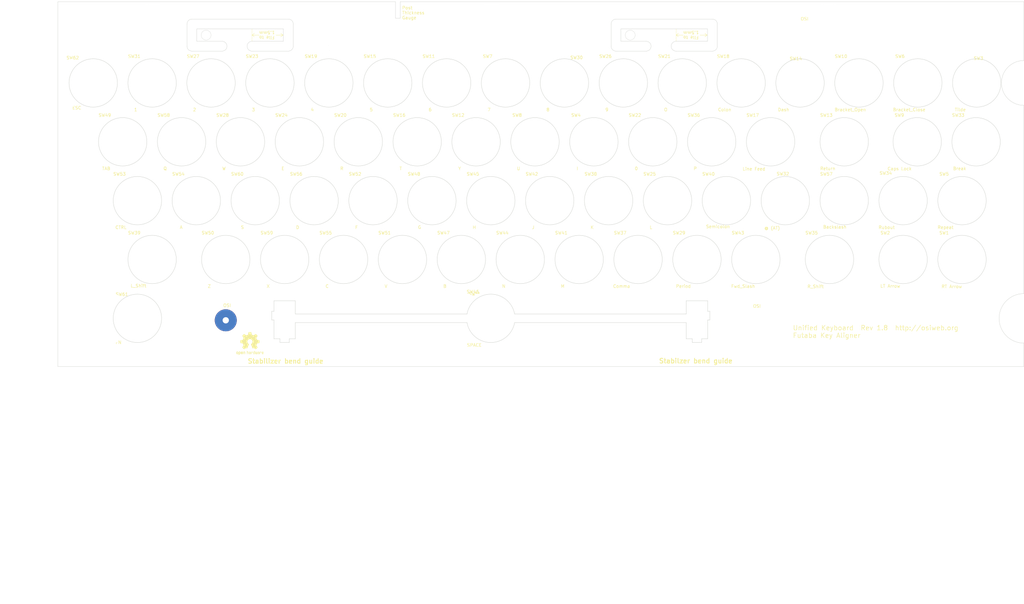
<source format=kicad_pcb>
(kicad_pcb (version 20171130) (host pcbnew "(5.1.6-0-10_14)")

  (general
    (thickness 1.6)
    (drawings 68)
    (tracks 0)
    (zones 0)
    (modules 77)
    (nets 1)
  )

  (page B)
  (title_block
    (title "Futaba Key aligner")
    (date 2020-06-22)
    (rev 1.8)
    (company OSIWeb.org)
  )

  (layers
    (0 F.Cu signal)
    (31 B.Cu signal)
    (32 B.Adhes user)
    (33 F.Adhes user)
    (34 B.Paste user)
    (35 F.Paste user)
    (36 B.SilkS user)
    (37 F.SilkS user)
    (38 B.Mask user)
    (39 F.Mask user)
    (40 Dwgs.User user)
    (41 Cmts.User user)
    (42 Eco1.User user)
    (43 Eco2.User user)
    (44 Edge.Cuts user)
    (45 Margin user)
    (46 B.CrtYd user)
    (47 F.CrtYd user)
    (48 B.Fab user)
    (49 F.Fab user)
  )

  (setup
    (last_trace_width 0.254)
    (user_trace_width 0.254)
    (user_trace_width 0.508)
    (user_trace_width 1.27)
    (trace_clearance 0.2)
    (zone_clearance 0.508)
    (zone_45_only no)
    (trace_min 0.2)
    (via_size 0.8128)
    (via_drill 0.4064)
    (via_min_size 0.4)
    (via_min_drill 0.3)
    (user_via 1.27 0.7112)
    (uvia_size 0.3048)
    (uvia_drill 0.1016)
    (uvias_allowed no)
    (uvia_min_size 0.2)
    (uvia_min_drill 0.1)
    (edge_width 0.05)
    (segment_width 0.2)
    (pcb_text_width 0.3)
    (pcb_text_size 1.5 1.5)
    (mod_edge_width 0.12)
    (mod_text_size 1 1)
    (mod_text_width 0.15)
    (pad_size 6.858 6.858)
    (pad_drill 6.858)
    (pad_to_mask_clearance 0)
    (aux_axis_origin 61.4172 179.1081)
    (grid_origin 62.1538 75.2602)
    (visible_elements 7FFFEFFF)
    (pcbplotparams
      (layerselection 0x010f0_ffffffff)
      (usegerberextensions false)
      (usegerberattributes false)
      (usegerberadvancedattributes false)
      (creategerberjobfile false)
      (excludeedgelayer true)
      (linewidth 0.100000)
      (plotframeref false)
      (viasonmask false)
      (mode 1)
      (useauxorigin false)
      (hpglpennumber 1)
      (hpglpenspeed 20)
      (hpglpendiameter 15.000000)
      (psnegative false)
      (psa4output false)
      (plotreference true)
      (plotvalue true)
      (plotinvisibletext false)
      (padsonsilk false)
      (subtractmaskfromsilk false)
      (outputformat 1)
      (mirror false)
      (drillshape 0)
      (scaleselection 1)
      (outputdirectory "outputs"))
  )

  (net 0 "")

  (net_class Default "This is the default net class."
    (clearance 0.2)
    (trace_width 0.254)
    (via_dia 0.8128)
    (via_drill 0.4064)
    (uvia_dia 0.3048)
    (uvia_drill 0.1016)
    (diff_pair_width 0.2032)
    (diff_pair_gap 0.254)
  )

  (net_class power1 ""
    (clearance 0.254)
    (trace_width 1.27)
    (via_dia 1.27)
    (via_drill 0.7112)
    (uvia_dia 0.3048)
    (uvia_drill 0.1016)
    (diff_pair_width 0.2032)
    (diff_pair_gap 0.254)
  )

  (net_class signal ""
    (clearance 0.2032)
    (trace_width 0.254)
    (via_dia 0.8128)
    (via_drill 0.4064)
    (uvia_dia 0.3048)
    (uvia_drill 0.1016)
    (diff_pair_width 0.2032)
    (diff_pair_gap 0.254)
  )

  (module unikbd:Futaba-MD-4PCS-aligner (layer F.Cu) (tedit 5DA63068) (tstamp 5D0F9EDE)
    (at 116.19738 108.84916)
    (path /5BC3EA0A/5BCAF339)
    (fp_text reference SW28 (at -5.7912 -8.6106) (layer F.SilkS)
      (effects (font (size 1 1) (thickness 0.15)))
    )
    (fp_text value W (at -5.334 8.6614) (layer F.SilkS)
      (effects (font (size 1 1) (thickness 0.15)))
    )
    (fp_circle (center 0 0) (end 7.8232 0) (layer Edge.Cuts) (width 0.12))
    (pad "" np_thru_hole circle (at -6.985 -6.985) (size 1.6256 1.6256) (drill 1.6256) (layers *.Cu *.Mask))
    (pad "" np_thru_hole circle (at -6.985 6.985) (size 1.6256 1.6256) (drill 1.6256) (layers *.Cu *.Mask))
    (pad "" np_thru_hole circle (at 6.985 6.985) (size 1.6256 1.6256) (drill 1.6256) (layers *.Cu *.Mask))
    (pad "" np_thru_hole circle (at 6.985 -6.985) (size 1.6256 1.6256) (drill 1.6256) (layers *.Cu *.Mask))
  )

  (module unikbd:Futaba-MD-4PCS-aligner (layer F.Cu) (tedit 5DA63068) (tstamp 5D0FB031)
    (at 273.35988 127.89916)
    (path /5BC3E99D/5BC6CD6B)
    (fp_text reference SW40 (at -5.7912 -8.6106) (layer F.SilkS)
      (effects (font (size 1 1) (thickness 0.15)))
    )
    (fp_text value Semicolon (at -2.73558 8.39724) (layer F.SilkS)
      (effects (font (size 1 1) (thickness 0.15)))
    )
    (fp_circle (center 0 0) (end 7.8232 0) (layer Edge.Cuts) (width 0.12))
    (pad "" np_thru_hole circle (at -6.985 -6.985) (size 1.6256 1.6256) (drill 1.6256) (layers *.Cu *.Mask))
    (pad "" np_thru_hole circle (at -6.985 6.985) (size 1.6256 1.6256) (drill 1.6256) (layers *.Cu *.Mask))
    (pad "" np_thru_hole circle (at 6.985 6.985) (size 1.6256 1.6256) (drill 1.6256) (layers *.Cu *.Mask))
    (pad "" np_thru_hole circle (at 6.985 -6.985) (size 1.6256 1.6256) (drill 1.6256) (layers *.Cu *.Mask))
  )

  (module unikbd:Futaba-MD-4PCS-aligner (layer F.Cu) (tedit 5DA63068) (tstamp 5D0FA32E)
    (at 268.59738 108.84916)
    (path /5BC3E99D/5BC6CD5D)
    (fp_text reference SW36 (at -5.7912 -8.6106) (layer F.SilkS)
      (effects (font (size 1 1) (thickness 0.15)))
    )
    (fp_text value P (at -5.334 8.6614) (layer F.SilkS)
      (effects (font (size 1 1) (thickness 0.15)))
    )
    (fp_circle (center 0 0) (end 7.8232 0) (layer Edge.Cuts) (width 0.12))
    (pad "" np_thru_hole circle (at -6.985 -6.985) (size 1.6256 1.6256) (drill 1.6256) (layers *.Cu *.Mask))
    (pad "" np_thru_hole circle (at -6.985 6.985) (size 1.6256 1.6256) (drill 1.6256) (layers *.Cu *.Mask))
    (pad "" np_thru_hole circle (at 6.985 6.985) (size 1.6256 1.6256) (drill 1.6256) (layers *.Cu *.Mask))
    (pad "" np_thru_hole circle (at 6.985 -6.985) (size 1.6256 1.6256) (drill 1.6256) (layers *.Cu *.Mask))
  )

  (module unikbd:Futaba-MD-4PCS-aligner (layer F.Cu) (tedit 5DA63068) (tstamp 5D0FB0DC)
    (at 292.40988 127.89916)
    (path /5D6BE647)
    (fp_text reference SW32 (at -0.78994 -8.67664) (layer F.SilkS)
      (effects (font (size 1 1) (thickness 0.15)))
    )
    (fp_text value "@ (AT)" (at -4.25958 8.87984) (layer F.SilkS)
      (effects (font (size 1 1) (thickness 0.15)))
    )
    (fp_circle (center 0 0) (end 7.8232 0) (layer Edge.Cuts) (width 0.12))
    (pad "" np_thru_hole circle (at -6.985 -6.985) (size 1.6256 1.6256) (drill 1.6256) (layers *.Cu *.Mask))
    (pad "" np_thru_hole circle (at -6.985 6.985) (size 1.6256 1.6256) (drill 1.6256) (layers *.Cu *.Mask))
    (pad "" np_thru_hole circle (at 6.985 6.985) (size 1.6256 1.6256) (drill 1.6256) (layers *.Cu *.Mask))
    (pad "" np_thru_hole circle (at 6.985 -6.985) (size 1.6256 1.6256) (drill 1.6256) (layers *.Cu *.Mask))
  )

  (module unikbd:Futaba-MD-4PCS-LED-aligner (layer F.Cu) (tedit 5EE8F357) (tstamp 5D0F9D4F)
    (at 287.64738 108.84916)
    (path /5BC3EA0A/5BCAF39B)
    (fp_text reference SW17 (at -5.7912 -8.6106) (layer F.SilkS)
      (effects (font (size 1 1) (thickness 0.15)))
    )
    (fp_text value "Line Feed" (at -5.37464 8.79094) (layer F.SilkS)
      (effects (font (size 1 1) (thickness 0.15)))
    )
    (fp_circle (center 0 0) (end 7.8232 0) (layer Edge.Cuts) (width 0.12))
    (pad "" np_thru_hole circle (at 0 9.525) (size 3.048 3.048) (drill 3.048) (layers *.Cu *.Mask))
    (pad "" np_thru_hole circle (at -6.985 -6.985) (size 1.6256 1.6256) (drill 1.6256) (layers *.Cu *.Mask))
    (pad "" np_thru_hole circle (at -6.985 6.985) (size 1.6256 1.6256) (drill 1.6256) (layers *.Cu *.Mask))
    (pad "" np_thru_hole circle (at 6.985 6.985) (size 1.6256 1.6256) (drill 1.6256) (layers *.Cu *.Mask))
    (pad "" np_thru_hole circle (at 6.985 -6.985) (size 1.6256 1.6256) (drill 1.6256) (layers *.Cu *.Mask))
  )

  (module unikbd:Futaba-MD-4PCS-aligner (layer F.Cu) (tedit 5DA63068) (tstamp 5EE2E6FC)
    (at 311.45988 108.84916)
    (path /5BC3EA0A/5BCAF38D)
    (fp_text reference SW13 (at -5.7912 -8.6106) (layer F.SilkS)
      (effects (font (size 1 1) (thickness 0.15)))
    )
    (fp_text value Return (at -5.334 8.6614) (layer F.SilkS)
      (effects (font (size 1 1) (thickness 0.15)))
    )
    (fp_circle (center 0 0) (end 7.8232 0) (layer Edge.Cuts) (width 0.12))
    (pad "" np_thru_hole circle (at -6.985 -6.985) (size 1.6256 1.6256) (drill 1.6256) (layers *.Cu *.Mask))
    (pad "" np_thru_hole circle (at -6.985 6.985) (size 1.6256 1.6256) (drill 1.6256) (layers *.Cu *.Mask))
    (pad "" np_thru_hole circle (at 6.985 6.985) (size 1.6256 1.6256) (drill 1.6256) (layers *.Cu *.Mask))
    (pad "" np_thru_hole circle (at 6.985 -6.985) (size 1.6256 1.6256) (drill 1.6256) (layers *.Cu *.Mask))
  )

  (module unikbd:Futaba-MD-4PCS-aligner (layer F.Cu) (tedit 5DA63068) (tstamp 5D0EE51F)
    (at 330.50988 127.89916)
    (path /5D6C3751)
    (fp_text reference SW34 (at -5.61848 -8.89508) (layer F.SilkS)
      (effects (font (size 1 1) (thickness 0.15)))
    )
    (fp_text value Rubout (at -5.334 8.6614) (layer F.SilkS)
      (effects (font (size 1 1) (thickness 0.15)))
    )
    (fp_circle (center 0 0) (end 7.8232 0) (layer Edge.Cuts) (width 0.12))
    (pad "" np_thru_hole circle (at -6.985 -6.985) (size 1.6256 1.6256) (drill 1.6256) (layers *.Cu *.Mask))
    (pad "" np_thru_hole circle (at -6.985 6.985) (size 1.6256 1.6256) (drill 1.6256) (layers *.Cu *.Mask))
    (pad "" np_thru_hole circle (at 6.985 6.985) (size 1.6256 1.6256) (drill 1.6256) (layers *.Cu *.Mask))
    (pad "" np_thru_hole circle (at 6.985 -6.985) (size 1.6256 1.6256) (drill 1.6256) (layers *.Cu *.Mask))
  )

  (module unikbd:Futaba-MD-4PCS-aligner (layer F.Cu) (tedit 5DA63068) (tstamp 5D633B5C)
    (at 311.45988 127.89916)
    (path /5BC3E99D/5BC3FF70)
    (fp_text reference SW57 (at -5.7912 -8.6106) (layer F.SilkS)
      (effects (font (size 1 1) (thickness 0.15)))
    )
    (fp_text value Backslash (at -3.04038 8.52424) (layer F.SilkS)
      (effects (font (size 1 1) (thickness 0.15)))
    )
    (fp_circle (center 0 0) (end 7.8232 0) (layer Edge.Cuts) (width 0.12))
    (pad "" np_thru_hole circle (at -6.985 -6.985) (size 1.6256 1.6256) (drill 1.6256) (layers *.Cu *.Mask))
    (pad "" np_thru_hole circle (at -6.985 6.985) (size 1.6256 1.6256) (drill 1.6256) (layers *.Cu *.Mask))
    (pad "" np_thru_hole circle (at 6.985 6.985) (size 1.6256 1.6256) (drill 1.6256) (layers *.Cu *.Mask))
    (pad "" np_thru_hole circle (at 6.985 -6.985) (size 1.6256 1.6256) (drill 1.6256) (layers *.Cu *.Mask))
  )

  (module unikbd:Futaba-MD-4PCS-aligner (layer F.Cu) (tedit 5DA63068) (tstamp 5D0FB14E)
    (at 216.20988 127.89916)
    (path /5BC3E99D/5BC6D0BB)
    (fp_text reference SW42 (at -5.7912 -8.6106) (layer F.SilkS)
      (effects (font (size 1 1) (thickness 0.15)))
    )
    (fp_text value J (at -5.334 8.6614) (layer F.SilkS)
      (effects (font (size 1 1) (thickness 0.15)))
    )
    (fp_circle (center 0 0) (end 7.8232 0) (layer Edge.Cuts) (width 0.12))
    (pad "" np_thru_hole circle (at -6.985 -6.985) (size 1.6256 1.6256) (drill 1.6256) (layers *.Cu *.Mask))
    (pad "" np_thru_hole circle (at -6.985 6.985) (size 1.6256 1.6256) (drill 1.6256) (layers *.Cu *.Mask))
    (pad "" np_thru_hole circle (at 6.985 6.985) (size 1.6256 1.6256) (drill 1.6256) (layers *.Cu *.Mask))
    (pad "" np_thru_hole circle (at 6.985 -6.985) (size 1.6256 1.6256) (drill 1.6256) (layers *.Cu *.Mask))
  )

  (module unikbd:Futaba-MD-4PCS-aligner (layer F.Cu) (tedit 5DA63068) (tstamp 5D0FB06A)
    (at 235.25988 127.89916)
    (path /5BC3E99D/5BC6D0AD)
    (fp_text reference SW38 (at -5.7912 -8.6106) (layer F.SilkS)
      (effects (font (size 1 1) (thickness 0.15)))
    )
    (fp_text value K (at -5.334 8.6614) (layer F.SilkS)
      (effects (font (size 1 1) (thickness 0.15)))
    )
    (fp_circle (center 0 0) (end 7.8232 0) (layer Edge.Cuts) (width 0.12))
    (pad "" np_thru_hole circle (at -6.985 -6.985) (size 1.6256 1.6256) (drill 1.6256) (layers *.Cu *.Mask))
    (pad "" np_thru_hole circle (at -6.985 6.985) (size 1.6256 1.6256) (drill 1.6256) (layers *.Cu *.Mask))
    (pad "" np_thru_hole circle (at 6.985 6.985) (size 1.6256 1.6256) (drill 1.6256) (layers *.Cu *.Mask))
    (pad "" np_thru_hole circle (at 6.985 -6.985) (size 1.6256 1.6256) (drill 1.6256) (layers *.Cu *.Mask))
  )

  (module unikbd:Futaba-MD-4PCS-aligner (layer F.Cu) (tedit 5DA63068) (tstamp 5D0FB115)
    (at 178.10988 127.89916)
    (path /5BC3E99D/5BC6D0C2)
    (fp_text reference SW48 (at -5.7912 -8.6106) (layer F.SilkS)
      (effects (font (size 1 1) (thickness 0.15)))
    )
    (fp_text value G (at -4.00558 8.62584) (layer F.SilkS)
      (effects (font (size 1 1) (thickness 0.15)))
    )
    (fp_circle (center 0 0) (end 7.8232 0) (layer Edge.Cuts) (width 0.12))
    (pad "" np_thru_hole circle (at -6.985 -6.985) (size 1.6256 1.6256) (drill 1.6256) (layers *.Cu *.Mask))
    (pad "" np_thru_hole circle (at -6.985 6.985) (size 1.6256 1.6256) (drill 1.6256) (layers *.Cu *.Mask))
    (pad "" np_thru_hole circle (at 6.985 6.985) (size 1.6256 1.6256) (drill 1.6256) (layers *.Cu *.Mask))
    (pad "" np_thru_hole circle (at 6.985 -6.985) (size 1.6256 1.6256) (drill 1.6256) (layers *.Cu *.Mask))
  )

  (module unikbd:Futaba-MD-4PCS-aligner (layer F.Cu) (tedit 5DA63068) (tstamp 5D0FB187)
    (at 197.15988 127.89916)
    (path /5BC3E99D/5BC6D0B4)
    (fp_text reference SW45 (at -5.7912 -8.6106) (layer F.SilkS)
      (effects (font (size 1 1) (thickness 0.15)))
    )
    (fp_text value H (at -5.334 8.6614) (layer F.SilkS)
      (effects (font (size 1 1) (thickness 0.15)))
    )
    (fp_circle (center 0 0) (end 7.8232 0) (layer Edge.Cuts) (width 0.12))
    (pad "" np_thru_hole circle (at -6.985 -6.985) (size 1.6256 1.6256) (drill 1.6256) (layers *.Cu *.Mask))
    (pad "" np_thru_hole circle (at -6.985 6.985) (size 1.6256 1.6256) (drill 1.6256) (layers *.Cu *.Mask))
    (pad "" np_thru_hole circle (at 6.985 6.985) (size 1.6256 1.6256) (drill 1.6256) (layers *.Cu *.Mask))
    (pad "" np_thru_hole circle (at 6.985 -6.985) (size 1.6256 1.6256) (drill 1.6256) (layers *.Cu *.Mask))
  )

  (module unikbd:Futaba-MD-4PCS-aligner (layer F.Cu) (tedit 5DA63068) (tstamp 5D0FB0A3)
    (at 159.05988 127.89916)
    (path /5BC3E99D/5BC6D0C9)
    (fp_text reference SW52 (at -5.7912 -8.6106) (layer F.SilkS)
      (effects (font (size 1 1) (thickness 0.15)))
    )
    (fp_text value F (at -5.334 8.6614) (layer F.SilkS)
      (effects (font (size 1 1) (thickness 0.15)))
    )
    (fp_circle (center 0 0) (end 7.8232 0) (layer Edge.Cuts) (width 0.12))
    (pad "" np_thru_hole circle (at -6.985 -6.985) (size 1.6256 1.6256) (drill 1.6256) (layers *.Cu *.Mask))
    (pad "" np_thru_hole circle (at -6.985 6.985) (size 1.6256 1.6256) (drill 1.6256) (layers *.Cu *.Mask))
    (pad "" np_thru_hole circle (at 6.985 6.985) (size 1.6256 1.6256) (drill 1.6256) (layers *.Cu *.Mask))
    (pad "" np_thru_hole circle (at 6.985 -6.985) (size 1.6256 1.6256) (drill 1.6256) (layers *.Cu *.Mask))
  )

  (module unikbd:Futaba-MD-4PCS-aligner (layer F.Cu) (tedit 5DA63068) (tstamp 5D0FAB15)
    (at 140.00988 127.89916)
    (path /5BC3E99D/5BC6D0D7)
    (fp_text reference SW56 (at -5.7912 -8.6106) (layer F.SilkS)
      (effects (font (size 1 1) (thickness 0.15)))
    )
    (fp_text value D (at -5.334 8.6614) (layer F.SilkS)
      (effects (font (size 1 1) (thickness 0.15)))
    )
    (fp_circle (center 0 0) (end 7.8232 0) (layer Edge.Cuts) (width 0.12))
    (pad "" np_thru_hole circle (at -6.985 -6.985) (size 1.6256 1.6256) (drill 1.6256) (layers *.Cu *.Mask))
    (pad "" np_thru_hole circle (at -6.985 6.985) (size 1.6256 1.6256) (drill 1.6256) (layers *.Cu *.Mask))
    (pad "" np_thru_hole circle (at 6.985 6.985) (size 1.6256 1.6256) (drill 1.6256) (layers *.Cu *.Mask))
    (pad "" np_thru_hole circle (at 6.985 -6.985) (size 1.6256 1.6256) (drill 1.6256) (layers *.Cu *.Mask))
  )

  (module unikbd:Futaba-MD-4PCS-aligner (layer F.Cu) (tedit 5DA63068) (tstamp 5D0F9DFA)
    (at 192.39738 108.84916)
    (path /5BC3EA0A/5BCAF31D)
    (fp_text reference SW12 (at -5.7912 -8.6106) (layer F.SilkS)
      (effects (font (size 1 1) (thickness 0.15)))
    )
    (fp_text value Y (at -5.334 8.6614) (layer F.SilkS)
      (effects (font (size 1 1) (thickness 0.15)))
    )
    (fp_circle (center 0 0) (end 7.8232 0) (layer Edge.Cuts) (width 0.12))
    (pad "" np_thru_hole circle (at -6.985 -6.985) (size 1.6256 1.6256) (drill 1.6256) (layers *.Cu *.Mask))
    (pad "" np_thru_hole circle (at -6.985 6.985) (size 1.6256 1.6256) (drill 1.6256) (layers *.Cu *.Mask))
    (pad "" np_thru_hole circle (at 6.985 6.985) (size 1.6256 1.6256) (drill 1.6256) (layers *.Cu *.Mask))
    (pad "" np_thru_hole circle (at 6.985 -6.985) (size 1.6256 1.6256) (drill 1.6256) (layers *.Cu *.Mask))
  )

  (module unikbd:Futaba-MD-4PCS-aligner (layer F.Cu) (tedit 5DA63068) (tstamp 5D0F9D88)
    (at 173.34738 108.84916)
    (path /5BC3EA0A/5BCAF32B)
    (fp_text reference SW16 (at -5.7912 -8.6106) (layer F.SilkS)
      (effects (font (size 1 1) (thickness 0.15)))
    )
    (fp_text value T (at -5.334 8.6614) (layer F.SilkS)
      (effects (font (size 1 1) (thickness 0.15)))
    )
    (fp_circle (center 0 0) (end 7.8232 0) (layer Edge.Cuts) (width 0.12))
    (pad "" np_thru_hole circle (at -6.985 -6.985) (size 1.6256 1.6256) (drill 1.6256) (layers *.Cu *.Mask))
    (pad "" np_thru_hole circle (at -6.985 6.985) (size 1.6256 1.6256) (drill 1.6256) (layers *.Cu *.Mask))
    (pad "" np_thru_hole circle (at 6.985 6.985) (size 1.6256 1.6256) (drill 1.6256) (layers *.Cu *.Mask))
    (pad "" np_thru_hole circle (at 6.985 -6.985) (size 1.6256 1.6256) (drill 1.6256) (layers *.Cu *.Mask))
  )

  (module unikbd:Futaba-MD-4PCS-aligner (layer F.Cu) (tedit 5DA63068) (tstamp 5D0FAB87)
    (at 254.30988 127.89916)
    (path /5BC3EA0A/5BCAF3B0)
    (fp_text reference SW25 (at -5.7912 -8.6106) (layer F.SilkS)
      (effects (font (size 1 1) (thickness 0.15)))
    )
    (fp_text value L (at -5.334 8.6614) (layer F.SilkS)
      (effects (font (size 1 1) (thickness 0.15)))
    )
    (fp_circle (center 0 0) (end 7.8232 0) (layer Edge.Cuts) (width 0.12))
    (pad "" np_thru_hole circle (at -6.985 -6.985) (size 1.6256 1.6256) (drill 1.6256) (layers *.Cu *.Mask))
    (pad "" np_thru_hole circle (at -6.985 6.985) (size 1.6256 1.6256) (drill 1.6256) (layers *.Cu *.Mask))
    (pad "" np_thru_hole circle (at 6.985 6.985) (size 1.6256 1.6256) (drill 1.6256) (layers *.Cu *.Mask))
    (pad "" np_thru_hole circle (at 6.985 -6.985) (size 1.6256 1.6256) (drill 1.6256) (layers *.Cu *.Mask))
  )

  (module unikbd:Futaba-MD-4PCS-aligner (layer F.Cu) (tedit 5DA63068) (tstamp 5D0F9EA5)
    (at 135.24738 108.84916)
    (path /5BC3EA0A/5BCAF340)
    (fp_text reference SW24 (at -5.7912 -8.6106) (layer F.SilkS)
      (effects (font (size 1 1) (thickness 0.15)))
    )
    (fp_text value E (at -5.334 8.6614) (layer F.SilkS)
      (effects (font (size 1 1) (thickness 0.15)))
    )
    (fp_circle (center 0 0) (end 7.8232 0) (layer Edge.Cuts) (width 0.12))
    (pad "" np_thru_hole circle (at -6.985 -6.985) (size 1.6256 1.6256) (drill 1.6256) (layers *.Cu *.Mask))
    (pad "" np_thru_hole circle (at -6.985 6.985) (size 1.6256 1.6256) (drill 1.6256) (layers *.Cu *.Mask))
    (pad "" np_thru_hole circle (at 6.985 6.985) (size 1.6256 1.6256) (drill 1.6256) (layers *.Cu *.Mask))
    (pad "" np_thru_hole circle (at 6.985 -6.985) (size 1.6256 1.6256) (drill 1.6256) (layers *.Cu *.Mask))
  )

  (module unikbd:Futaba-MD-4PCS-aligner (layer F.Cu) (tedit 5DA63068) (tstamp 5D633858)
    (at 249.54738 108.84916)
    (path /5BC3EA0A/5BCAF412)
    (fp_text reference SW22 (at -5.7912 -8.6106) (layer F.SilkS)
      (effects (font (size 1 1) (thickness 0.15)))
    )
    (fp_text value 0 (at -5.334 8.6614) (layer F.SilkS)
      (effects (font (size 1 1) (thickness 0.15)))
    )
    (fp_circle (center 0 0) (end 7.8232 0) (layer Edge.Cuts) (width 0.12))
    (pad "" np_thru_hole circle (at -6.985 -6.985) (size 1.6256 1.6256) (drill 1.6256) (layers *.Cu *.Mask))
    (pad "" np_thru_hole circle (at -6.985 6.985) (size 1.6256 1.6256) (drill 1.6256) (layers *.Cu *.Mask))
    (pad "" np_thru_hole circle (at 6.985 6.985) (size 1.6256 1.6256) (drill 1.6256) (layers *.Cu *.Mask))
    (pad "" np_thru_hole circle (at 6.985 -6.985) (size 1.6256 1.6256) (drill 1.6256) (layers *.Cu *.Mask))
  )

  (module unikbd:Futaba-MD-4PCS-aligner (layer F.Cu) (tedit 5DA63068) (tstamp 5D0F9E6C)
    (at 154.29738 108.84916)
    (path /5BC3EA0A/5BCAF332)
    (fp_text reference SW20 (at -5.7912 -8.6106) (layer F.SilkS)
      (effects (font (size 1 1) (thickness 0.15)))
    )
    (fp_text value R (at -5.334 8.6614) (layer F.SilkS)
      (effects (font (size 1 1) (thickness 0.15)))
    )
    (fp_circle (center 0 0) (end 7.8232 0) (layer Edge.Cuts) (width 0.12))
    (pad "" np_thru_hole circle (at -6.985 -6.985) (size 1.6256 1.6256) (drill 1.6256) (layers *.Cu *.Mask))
    (pad "" np_thru_hole circle (at -6.985 6.985) (size 1.6256 1.6256) (drill 1.6256) (layers *.Cu *.Mask))
    (pad "" np_thru_hole circle (at 6.985 6.985) (size 1.6256 1.6256) (drill 1.6256) (layers *.Cu *.Mask))
    (pad "" np_thru_hole circle (at 6.985 -6.985) (size 1.6256 1.6256) (drill 1.6256) (layers *.Cu *.Mask))
  )

  (module unikbd:Futaba-MD-4PCS-aligner (layer F.Cu) (tedit 5DA63068) (tstamp 5D0FAADC)
    (at 101.90988 127.89916)
    (path /5BC3E99D/5BC6CD87)
    (fp_text reference SW54 (at -5.7912 -8.6106) (layer F.SilkS)
      (effects (font (size 1 1) (thickness 0.15)))
    )
    (fp_text value A (at -4.89458 8.62584) (layer F.SilkS)
      (effects (font (size 1 1) (thickness 0.15)))
    )
    (fp_circle (center 0 0) (end 7.8232 0) (layer Edge.Cuts) (width 0.12))
    (pad "" np_thru_hole circle (at -6.985 -6.985) (size 1.6256 1.6256) (drill 1.6256) (layers *.Cu *.Mask))
    (pad "" np_thru_hole circle (at -6.985 6.985) (size 1.6256 1.6256) (drill 1.6256) (layers *.Cu *.Mask))
    (pad "" np_thru_hole circle (at 6.985 6.985) (size 1.6256 1.6256) (drill 1.6256) (layers *.Cu *.Mask))
    (pad "" np_thru_hole circle (at 6.985 -6.985) (size 1.6256 1.6256) (drill 1.6256) (layers *.Cu *.Mask))
  )

  (module unikbd:Futaba-MD-4PCS-aligner (layer F.Cu) (tedit 5DA63068) (tstamp 5D0F9DC1)
    (at 211.44738 108.84916)
    (path /5BC3EA0A/5BCAF324)
    (fp_text reference SW8 (at -5.7912 -8.6106) (layer F.SilkS)
      (effects (font (size 1 1) (thickness 0.15)))
    )
    (fp_text value U (at -5.334 8.6614) (layer F.SilkS)
      (effects (font (size 1 1) (thickness 0.15)))
    )
    (fp_circle (center 0 0) (end 7.8232 0) (layer Edge.Cuts) (width 0.12))
    (pad "" np_thru_hole circle (at -6.985 -6.985) (size 1.6256 1.6256) (drill 1.6256) (layers *.Cu *.Mask))
    (pad "" np_thru_hole circle (at -6.985 6.985) (size 1.6256 1.6256) (drill 1.6256) (layers *.Cu *.Mask))
    (pad "" np_thru_hole circle (at 6.985 6.985) (size 1.6256 1.6256) (drill 1.6256) (layers *.Cu *.Mask))
    (pad "" np_thru_hole circle (at 6.985 -6.985) (size 1.6256 1.6256) (drill 1.6256) (layers *.Cu *.Mask))
  )

  (module unikbd:Futaba-MD-4PCS-aligner (layer F.Cu) (tedit 5DA63068) (tstamp 5D0F9D16)
    (at 230.49738 108.84916)
    (path /5BC3EA0A/5BCAF316)
    (fp_text reference SW4 (at -5.7912 -8.6106) (layer F.SilkS)
      (effects (font (size 1 1) (thickness 0.15)))
    )
    (fp_text value I (at -5.334 8.6614) (layer F.SilkS)
      (effects (font (size 1 1) (thickness 0.15)))
    )
    (fp_circle (center 0 0) (end 7.8232 0) (layer Edge.Cuts) (width 0.12))
    (pad "" np_thru_hole circle (at -6.985 -6.985) (size 1.6256 1.6256) (drill 1.6256) (layers *.Cu *.Mask))
    (pad "" np_thru_hole circle (at -6.985 6.985) (size 1.6256 1.6256) (drill 1.6256) (layers *.Cu *.Mask))
    (pad "" np_thru_hole circle (at 6.985 6.985) (size 1.6256 1.6256) (drill 1.6256) (layers *.Cu *.Mask))
    (pad "" np_thru_hole circle (at 6.985 -6.985) (size 1.6256 1.6256) (drill 1.6256) (layers *.Cu *.Mask))
  )

  (module unikbd:Futaba-MD-4PCS-aligner (layer F.Cu) (tedit 5DA63068) (tstamp 5D0F9CDD)
    (at 97.14738 108.84916)
    (path /5BC3E99D/5BC6CD80)
    (fp_text reference SW58 (at -5.7912 -8.6106) (layer F.SilkS)
      (effects (font (size 1 1) (thickness 0.15)))
    )
    (fp_text value Q (at -5.334 8.6614) (layer F.SilkS)
      (effects (font (size 1 1) (thickness 0.15)))
    )
    (fp_circle (center 0 0) (end 7.8232 0) (layer Edge.Cuts) (width 0.12))
    (pad "" np_thru_hole circle (at -6.985 -6.985) (size 1.6256 1.6256) (drill 1.6256) (layers *.Cu *.Mask))
    (pad "" np_thru_hole circle (at -6.985 6.985) (size 1.6256 1.6256) (drill 1.6256) (layers *.Cu *.Mask))
    (pad "" np_thru_hole circle (at 6.985 6.985) (size 1.6256 1.6256) (drill 1.6256) (layers *.Cu *.Mask))
    (pad "" np_thru_hole circle (at 6.985 -6.985) (size 1.6256 1.6256) (drill 1.6256) (layers *.Cu *.Mask))
  )

  (module unikbd:Futaba-MD-4PCS-aligner (layer F.Cu) (tedit 5DA63068) (tstamp 5D0FAB4E)
    (at 120.95988 127.89916)
    (path /5BC3E99D/5BC6D0D0)
    (fp_text reference SW60 (at -5.7912 -8.6106) (layer F.SilkS)
      (effects (font (size 1 1) (thickness 0.15)))
    )
    (fp_text value S (at -4.13258 8.62584) (layer F.SilkS)
      (effects (font (size 1 1) (thickness 0.15)))
    )
    (fp_circle (center 0 0) (end 7.8232 0) (layer Edge.Cuts) (width 0.12))
    (pad "" np_thru_hole circle (at -6.985 -6.985) (size 1.6256 1.6256) (drill 1.6256) (layers *.Cu *.Mask))
    (pad "" np_thru_hole circle (at -6.985 6.985) (size 1.6256 1.6256) (drill 1.6256) (layers *.Cu *.Mask))
    (pad "" np_thru_hole circle (at 6.985 6.985) (size 1.6256 1.6256) (drill 1.6256) (layers *.Cu *.Mask))
    (pad "" np_thru_hole circle (at 6.985 -6.985) (size 1.6256 1.6256) (drill 1.6256) (layers *.Cu *.Mask))
  )

  (module unikbd:Futaba-MD-4PCS-aligner (layer F.Cu) (tedit 5DA63068) (tstamp 5D0FBC20)
    (at 206.68488 146.94916)
    (path /5BC3E99D/5BC6CEE4)
    (fp_text reference SW44 (at -5.7912 -8.6106) (layer F.SilkS)
      (effects (font (size 1 1) (thickness 0.15)))
    )
    (fp_text value N (at -5.334 8.6614) (layer F.SilkS)
      (effects (font (size 1 1) (thickness 0.15)))
    )
    (fp_circle (center 0 0) (end 7.8232 0) (layer Edge.Cuts) (width 0.12))
    (pad "" np_thru_hole circle (at -6.985 -6.985) (size 1.6256 1.6256) (drill 1.6256) (layers *.Cu *.Mask))
    (pad "" np_thru_hole circle (at -6.985 6.985) (size 1.6256 1.6256) (drill 1.6256) (layers *.Cu *.Mask))
    (pad "" np_thru_hole circle (at 6.985 6.985) (size 1.6256 1.6256) (drill 1.6256) (layers *.Cu *.Mask))
    (pad "" np_thru_hole circle (at 6.985 -6.985) (size 1.6256 1.6256) (drill 1.6256) (layers *.Cu *.Mask))
  )

  (module unikbd:Futaba-MD-4PCS-aligner (layer F.Cu) (tedit 5DA63068) (tstamp 5D0FBC92)
    (at 225.73488 146.94916)
    (path /5BC3E99D/5BC6CEEB)
    (fp_text reference SW41 (at -5.7912 -8.6106) (layer F.SilkS)
      (effects (font (size 1 1) (thickness 0.15)))
    )
    (fp_text value M (at -5.334 8.6614) (layer F.SilkS)
      (effects (font (size 1 1) (thickness 0.15)))
    )
    (fp_circle (center 0 0) (end 7.8232 0) (layer Edge.Cuts) (width 0.12))
    (pad "" np_thru_hole circle (at -6.985 -6.985) (size 1.6256 1.6256) (drill 1.6256) (layers *.Cu *.Mask))
    (pad "" np_thru_hole circle (at -6.985 6.985) (size 1.6256 1.6256) (drill 1.6256) (layers *.Cu *.Mask))
    (pad "" np_thru_hole circle (at 6.985 6.985) (size 1.6256 1.6256) (drill 1.6256) (layers *.Cu *.Mask))
    (pad "" np_thru_hole circle (at 6.985 -6.985) (size 1.6256 1.6256) (drill 1.6256) (layers *.Cu *.Mask))
  )

  (module unikbd:Futaba-MD-4PCS-aligner (layer F.Cu) (tedit 5DA63068) (tstamp 5D0FBB3C)
    (at 187.63488 146.94916)
    (path /5BC3E99D/5BC6CEF2)
    (fp_text reference SW47 (at -5.7912 -8.6106) (layer F.SilkS)
      (effects (font (size 1 1) (thickness 0.15)))
    )
    (fp_text value B (at -5.334 8.6614) (layer F.SilkS)
      (effects (font (size 1 1) (thickness 0.15)))
    )
    (fp_circle (center 0 0) (end 7.8232 0) (layer Edge.Cuts) (width 0.12))
    (pad "" np_thru_hole circle (at -6.985 -6.985) (size 1.6256 1.6256) (drill 1.6256) (layers *.Cu *.Mask))
    (pad "" np_thru_hole circle (at -6.985 6.985) (size 1.6256 1.6256) (drill 1.6256) (layers *.Cu *.Mask))
    (pad "" np_thru_hole circle (at 6.985 6.985) (size 1.6256 1.6256) (drill 1.6256) (layers *.Cu *.Mask))
    (pad "" np_thru_hole circle (at 6.985 -6.985) (size 1.6256 1.6256) (drill 1.6256) (layers *.Cu *.Mask))
  )

  (module unikbd:Futaba-MD-4PCS-aligner (layer F.Cu) (tedit 5DA63068) (tstamp 5D0FBCCB)
    (at 168.58488 146.94916)
    (path /5BC3E99D/5BC6CEF9)
    (fp_text reference SW51 (at -5.7912 -8.6106) (layer F.SilkS)
      (effects (font (size 1 1) (thickness 0.15)))
    )
    (fp_text value V (at -5.334 8.6614) (layer F.SilkS)
      (effects (font (size 1 1) (thickness 0.15)))
    )
    (fp_circle (center 0 0) (end 7.8232 0) (layer Edge.Cuts) (width 0.12))
    (pad "" np_thru_hole circle (at -6.985 -6.985) (size 1.6256 1.6256) (drill 1.6256) (layers *.Cu *.Mask))
    (pad "" np_thru_hole circle (at -6.985 6.985) (size 1.6256 1.6256) (drill 1.6256) (layers *.Cu *.Mask))
    (pad "" np_thru_hole circle (at 6.985 6.985) (size 1.6256 1.6256) (drill 1.6256) (layers *.Cu *.Mask))
    (pad "" np_thru_hole circle (at 6.985 -6.985) (size 1.6256 1.6256) (drill 1.6256) (layers *.Cu *.Mask))
  )

  (module unikbd:Futaba-MD-4PCS-aligner (layer F.Cu) (tedit 5DA63068) (tstamp 5D0FB659)
    (at 149.53488 146.94916)
    (path /5BC3E99D/5BC6CF07)
    (fp_text reference SW55 (at -5.7912 -8.6106) (layer F.SilkS)
      (effects (font (size 1 1) (thickness 0.15)))
    )
    (fp_text value C (at -5.334 8.6614) (layer F.SilkS)
      (effects (font (size 1 1) (thickness 0.15)))
    )
    (fp_circle (center 0 0) (end 7.8232 0) (layer Edge.Cuts) (width 0.12))
    (pad "" np_thru_hole circle (at -6.985 -6.985) (size 1.6256 1.6256) (drill 1.6256) (layers *.Cu *.Mask))
    (pad "" np_thru_hole circle (at -6.985 6.985) (size 1.6256 1.6256) (drill 1.6256) (layers *.Cu *.Mask))
    (pad "" np_thru_hole circle (at 6.985 6.985) (size 1.6256 1.6256) (drill 1.6256) (layers *.Cu *.Mask))
    (pad "" np_thru_hole circle (at 6.985 -6.985) (size 1.6256 1.6256) (drill 1.6256) (layers *.Cu *.Mask))
  )

  (module unikbd:Futaba-MD-4PCS-aligner (layer F.Cu) (tedit 5DA63068) (tstamp 5D0FBBE7)
    (at 244.78488 146.94916)
    (path /5BC3E99D/5BC6CEDD)
    (fp_text reference SW37 (at -5.7912 -8.6106) (layer F.SilkS)
      (effects (font (size 1 1) (thickness 0.15)))
    )
    (fp_text value Comma (at -5.334 8.6614) (layer F.SilkS)
      (effects (font (size 1 1) (thickness 0.15)))
    )
    (fp_circle (center 0 0) (end 7.8232 0) (layer Edge.Cuts) (width 0.12))
    (pad "" np_thru_hole circle (at -6.985 -6.985) (size 1.6256 1.6256) (drill 1.6256) (layers *.Cu *.Mask))
    (pad "" np_thru_hole circle (at -6.985 6.985) (size 1.6256 1.6256) (drill 1.6256) (layers *.Cu *.Mask))
    (pad "" np_thru_hole circle (at 6.985 6.985) (size 1.6256 1.6256) (drill 1.6256) (layers *.Cu *.Mask))
    (pad "" np_thru_hole circle (at 6.985 -6.985) (size 1.6256 1.6256) (drill 1.6256) (layers *.Cu *.Mask))
  )

  (module unikbd:Futaba-MD-4PCS-aligner (layer F.Cu) (tedit 5DA63068) (tstamp 5D633EAE)
    (at 263.83488 146.94916)
    (path /5BC3EA0A/5BCAF3A9)
    (fp_text reference SW29 (at -5.7912 -8.6106) (layer F.SilkS)
      (effects (font (size 1 1) (thickness 0.15)))
    )
    (fp_text value Period (at -4.38658 8.6614) (layer F.SilkS)
      (effects (font (size 1 1) (thickness 0.15)))
    )
    (fp_circle (center 0 0) (end 7.8232 0) (layer Edge.Cuts) (width 0.12))
    (pad "" np_thru_hole circle (at -6.985 -6.985) (size 1.6256 1.6256) (drill 1.6256) (layers *.Cu *.Mask))
    (pad "" np_thru_hole circle (at -6.985 6.985) (size 1.6256 1.6256) (drill 1.6256) (layers *.Cu *.Mask))
    (pad "" np_thru_hole circle (at 6.985 6.985) (size 1.6256 1.6256) (drill 1.6256) (layers *.Cu *.Mask))
    (pad "" np_thru_hole circle (at 6.985 -6.985) (size 1.6256 1.6256) (drill 1.6256) (layers *.Cu *.Mask))
  )

  (module unikbd:Futaba-MD-4PCS-aligner (layer F.Cu) (tedit 5DA63068) (tstamp 5D0FB692)
    (at 130.48488 146.94916)
    (path /5BC3E99D/5BC6CF00)
    (fp_text reference SW59 (at -5.7912 -8.6106) (layer F.SilkS)
      (effects (font (size 1 1) (thickness 0.15)))
    )
    (fp_text value X (at -5.334 8.6614) (layer F.SilkS)
      (effects (font (size 1 1) (thickness 0.15)))
    )
    (fp_circle (center 0 0) (end 7.8232 0) (layer Edge.Cuts) (width 0.12))
    (pad "" np_thru_hole circle (at -6.985 -6.985) (size 1.6256 1.6256) (drill 1.6256) (layers *.Cu *.Mask))
    (pad "" np_thru_hole circle (at -6.985 6.985) (size 1.6256 1.6256) (drill 1.6256) (layers *.Cu *.Mask))
    (pad "" np_thru_hole circle (at 6.985 6.985) (size 1.6256 1.6256) (drill 1.6256) (layers *.Cu *.Mask))
    (pad "" np_thru_hole circle (at 6.985 -6.985) (size 1.6256 1.6256) (drill 1.6256) (layers *.Cu *.Mask))
  )

  (module unikbd:Futaba-MD-4PCS-aligner (layer F.Cu) (tedit 5DA63068) (tstamp 5D0F6109)
    (at 330.50988 146.94916)
    (path /5BC3EA0A/5BCAF37F)
    (fp_text reference SW2 (at -5.7912 -8.6106) (layer F.SilkS)
      (effects (font (size 1 1) (thickness 0.15)))
    )
    (fp_text value "LT Arrow" (at -4.15798 8.60044) (layer F.SilkS)
      (effects (font (size 1 1) (thickness 0.15)))
    )
    (fp_circle (center 0 0) (end 7.8232 0) (layer Edge.Cuts) (width 0.12))
    (pad "" np_thru_hole circle (at -6.985 -6.985) (size 1.6256 1.6256) (drill 1.6256) (layers *.Cu *.Mask))
    (pad "" np_thru_hole circle (at -6.985 6.985) (size 1.6256 1.6256) (drill 1.6256) (layers *.Cu *.Mask))
    (pad "" np_thru_hole circle (at 6.985 6.985) (size 1.6256 1.6256) (drill 1.6256) (layers *.Cu *.Mask))
    (pad "" np_thru_hole circle (at 6.985 -6.985) (size 1.6256 1.6256) (drill 1.6256) (layers *.Cu *.Mask))
  )

  (module unikbd:Futaba-MD-4PCS-aligner (layer F.Cu) (tedit 5DA63068) (tstamp 5D0FBD04)
    (at 306.69738 146.94916)
    (path /5BC3E99D/5BC3FD26)
    (fp_text reference SW35 (at -5.7912 -8.6106) (layer F.SilkS)
      (effects (font (size 1 1) (thickness 0.15)))
    )
    (fp_text value R_Shift (at -4.51358 8.75284) (layer F.SilkS)
      (effects (font (size 1 1) (thickness 0.15)))
    )
    (fp_circle (center 0 0) (end 7.8232 0) (layer Edge.Cuts) (width 0.12))
    (pad "" np_thru_hole circle (at -6.985 -6.985) (size 1.6256 1.6256) (drill 1.6256) (layers *.Cu *.Mask))
    (pad "" np_thru_hole circle (at -6.985 6.985) (size 1.6256 1.6256) (drill 1.6256) (layers *.Cu *.Mask))
    (pad "" np_thru_hole circle (at 6.985 6.985) (size 1.6256 1.6256) (drill 1.6256) (layers *.Cu *.Mask))
    (pad "" np_thru_hole circle (at 6.985 -6.985) (size 1.6256 1.6256) (drill 1.6256) (layers *.Cu *.Mask))
  )

  (module unikbd:Futaba-MD-4PCS-LED-aligner (layer F.Cu) (tedit 5EE8F357) (tstamp 5EE2E6D8)
    (at 335.06918 108.84916)
    (path /5BC3EA0A/5BCAF394)
    (fp_text reference SW9 (at -5.7912 -8.6106) (layer F.SilkS)
      (effects (font (size 1 1) (thickness 0.15)))
    )
    (fp_text value "Caps Lock" (at -5.7023 8.71982) (layer F.SilkS)
      (effects (font (size 1 1) (thickness 0.15)))
    )
    (fp_circle (center 0 0) (end 7.8232 0) (layer Edge.Cuts) (width 0.12))
    (pad "" np_thru_hole circle (at 0 9.525) (size 3.048 3.048) (drill 3.048) (layers *.Cu *.Mask))
    (pad "" np_thru_hole circle (at -6.985 -6.985) (size 1.6256 1.6256) (drill 1.6256) (layers *.Cu *.Mask))
    (pad "" np_thru_hole circle (at -6.985 6.985) (size 1.6256 1.6256) (drill 1.6256) (layers *.Cu *.Mask))
    (pad "" np_thru_hole circle (at 6.985 6.985) (size 1.6256 1.6256) (drill 1.6256) (layers *.Cu *.Mask))
    (pad "" np_thru_hole circle (at 6.985 -6.985) (size 1.6256 1.6256) (drill 1.6256) (layers *.Cu *.Mask))
  )

  (module unikbd:Futaba-MD-4PCS-aligner locked (layer F.Cu) (tedit 5DA63068) (tstamp 5D105DE3)
    (at 316.22238 89.79916)
    (path /5BC3EA0A/5BCAF404)
    (fp_text reference SW10 (at -5.7912 -8.6106) (layer F.SilkS)
      (effects (font (size 1 1) (thickness 0.15)))
    )
    (fp_text value Bracket_Open (at -2.794 8.6614) (layer F.SilkS)
      (effects (font (size 1 1) (thickness 0.15)))
    )
    (fp_circle (center 0 0) (end 7.8232 0) (layer Edge.Cuts) (width 0.12))
    (pad "" np_thru_hole circle (at -6.985 -6.985) (size 1.6256 1.6256) (drill 1.6256) (layers *.Cu *.Mask))
    (pad "" np_thru_hole circle (at -6.985 6.985) (size 1.6256 1.6256) (drill 1.6256) (layers *.Cu *.Mask))
    (pad "" np_thru_hole circle (at 6.985 6.985) (size 1.6256 1.6256) (drill 1.6256) (layers *.Cu *.Mask))
    (pad "" np_thru_hole circle (at 6.985 -6.985) (size 1.6256 1.6256) (drill 1.6256) (layers *.Cu *.Mask))
  )

  (module unikbd:Futaba-MD-4PCS-aligner locked (layer F.Cu) (tedit 5DA63068) (tstamp 5D0D7BDF)
    (at 297.17238 89.79916)
    (path /5BC3EA0A/5BCAF3FD)
    (fp_text reference SW14 (at -1.33858 -7.85876) (layer F.SilkS)
      (effects (font (size 1 1) (thickness 0.15)))
    )
    (fp_text value Dash (at -5.334 8.6614) (layer F.SilkS)
      (effects (font (size 1 1) (thickness 0.15)))
    )
    (fp_circle (center 0 0) (end 7.8232 0) (layer Edge.Cuts) (width 0.12))
    (pad "" np_thru_hole circle (at -6.985 -6.985) (size 1.6256 1.6256) (drill 1.6256) (layers *.Cu *.Mask))
    (pad "" np_thru_hole circle (at -6.985 6.985) (size 1.6256 1.6256) (drill 1.6256) (layers *.Cu *.Mask))
    (pad "" np_thru_hole circle (at 6.985 6.985) (size 1.6256 1.6256) (drill 1.6256) (layers *.Cu *.Mask))
    (pad "" np_thru_hole circle (at 6.985 -6.985) (size 1.6256 1.6256) (drill 1.6256) (layers *.Cu *.Mask))
  )

  (module unikbd:Futaba-MD-4PCS-aligner locked (layer F.Cu) (tedit 5DA63068) (tstamp 5D105E93)
    (at 335.27238 89.79916)
    (path /5BC3EA0A/5BCAF3F6)
    (fp_text reference SW6 (at -5.7912 -8.6106) (layer F.SilkS)
      (effects (font (size 1 1) (thickness 0.15)))
    )
    (fp_text value Bracket_Close (at -2.794 8.6614) (layer F.SilkS)
      (effects (font (size 1 1) (thickness 0.15)))
    )
    (fp_circle (center 0 0) (end 7.8232 0) (layer Edge.Cuts) (width 0.12))
    (pad "" np_thru_hole circle (at -6.985 -6.985) (size 1.6256 1.6256) (drill 1.6256) (layers *.Cu *.Mask))
    (pad "" np_thru_hole circle (at -6.985 6.985) (size 1.6256 1.6256) (drill 1.6256) (layers *.Cu *.Mask))
    (pad "" np_thru_hole circle (at 6.985 6.985) (size 1.6256 1.6256) (drill 1.6256) (layers *.Cu *.Mask))
    (pad "" np_thru_hole circle (at 6.985 -6.985) (size 1.6256 1.6256) (drill 1.6256) (layers *.Cu *.Mask))
  )

  (module unikbd:Futaba-MD-4PCS-aligner (layer F.Cu) (tedit 5DA63068) (tstamp 5D0D7B6F)
    (at 201.92238 89.79916)
    (path /5BC3EA0A/5BCAF466)
    (fp_text reference SW7 (at -5.7912 -8.6106) (layer F.SilkS)
      (effects (font (size 1 1) (thickness 0.15)))
    )
    (fp_text value 7 (at -5.334 8.6614) (layer F.SilkS)
      (effects (font (size 1 1) (thickness 0.15)))
    )
    (fp_circle (center 0 0) (end 7.8232 0) (layer Edge.Cuts) (width 0.12))
    (pad "" np_thru_hole circle (at -6.985 -6.985) (size 1.6256 1.6256) (drill 1.6256) (layers *.Cu *.Mask))
    (pad "" np_thru_hole circle (at -6.985 6.985) (size 1.6256 1.6256) (drill 1.6256) (layers *.Cu *.Mask))
    (pad "" np_thru_hole circle (at 6.985 6.985) (size 1.6256 1.6256) (drill 1.6256) (layers *.Cu *.Mask))
    (pad "" np_thru_hole circle (at 6.985 -6.985) (size 1.6256 1.6256) (drill 1.6256) (layers *.Cu *.Mask))
  )

  (module unikbd:Futaba-MD-4PCS-aligner locked (layer F.Cu) (tedit 5DA63068) (tstamp 5D0D7C6F)
    (at 125.72238 89.79916)
    (path /5BC3EA0A/5BCAF482)
    (fp_text reference SW23 (at -5.7912 -8.6106) (layer F.SilkS)
      (effects (font (size 1 1) (thickness 0.15)))
    )
    (fp_text value 3 (at -5.334 8.6614) (layer F.SilkS)
      (effects (font (size 1 1) (thickness 0.15)))
    )
    (fp_circle (center 0 0) (end 7.8232 0) (layer Edge.Cuts) (width 0.12))
    (pad "" np_thru_hole circle (at -6.985 -6.985) (size 1.6256 1.6256) (drill 1.6256) (layers *.Cu *.Mask))
    (pad "" np_thru_hole circle (at -6.985 6.985) (size 1.6256 1.6256) (drill 1.6256) (layers *.Cu *.Mask))
    (pad "" np_thru_hole circle (at 6.985 6.985) (size 1.6256 1.6256) (drill 1.6256) (layers *.Cu *.Mask))
    (pad "" np_thru_hole circle (at 6.985 -6.985) (size 1.6256 1.6256) (drill 1.6256) (layers *.Cu *.Mask))
  )

  (module unikbd:Futaba-MD-4PCS-aligner locked (layer F.Cu) (tedit 5DA63068) (tstamp 5D0D7C4F)
    (at 259.07238 89.79916)
    (path /5BC3EA0A/5BCAF3A2)
    (fp_text reference SW21 (at -5.7912 -8.6106) (layer F.SilkS)
      (effects (font (size 1 1) (thickness 0.15)))
    )
    (fp_text value O (at -5.334 8.6614) (layer F.SilkS)
      (effects (font (size 1 1) (thickness 0.15)))
    )
    (fp_circle (center 0 0) (end 7.8232 0) (layer Edge.Cuts) (width 0.12))
    (pad "" np_thru_hole circle (at -6.985 -6.985) (size 1.6256 1.6256) (drill 1.6256) (layers *.Cu *.Mask))
    (pad "" np_thru_hole circle (at -6.985 6.985) (size 1.6256 1.6256) (drill 1.6256) (layers *.Cu *.Mask))
    (pad "" np_thru_hole circle (at 6.985 6.985) (size 1.6256 1.6256) (drill 1.6256) (layers *.Cu *.Mask))
    (pad "" np_thru_hole circle (at 6.985 -6.985) (size 1.6256 1.6256) (drill 1.6256) (layers *.Cu *.Mask))
  )

  (module unikbd:Futaba-MD-4PCS-aligner locked (layer F.Cu) (tedit 5DA63068) (tstamp 5D0D7CDF)
    (at 220.97238 89.79916)
    (path /5BC3EA0A/5BCAF419)
    (fp_text reference SW30 (at 3.91922 -8.21436) (layer F.SilkS)
      (effects (font (size 1 1) (thickness 0.15)))
    )
    (fp_text value 8 (at -5.334 8.6614) (layer F.SilkS)
      (effects (font (size 1 1) (thickness 0.15)))
    )
    (fp_circle (center 0 0) (end 7.8232 0) (layer Edge.Cuts) (width 0.12))
    (pad "" np_thru_hole circle (at -6.985 -6.985) (size 1.6256 1.6256) (drill 1.6256) (layers *.Cu *.Mask))
    (pad "" np_thru_hole circle (at -6.985 6.985) (size 1.6256 1.6256) (drill 1.6256) (layers *.Cu *.Mask))
    (pad "" np_thru_hole circle (at 6.985 6.985) (size 1.6256 1.6256) (drill 1.6256) (layers *.Cu *.Mask))
    (pad "" np_thru_hole circle (at 6.985 -6.985) (size 1.6256 1.6256) (drill 1.6256) (layers *.Cu *.Mask))
  )

  (module unikbd:Futaba-MD-4PCS-aligner locked (layer F.Cu) (tedit 5DA63068) (tstamp 5D0D7BAF)
    (at 182.87238 89.79916)
    (path /5BC3EA0A/5BCAF474)
    (fp_text reference SW11 (at -5.7912 -8.6106) (layer F.SilkS)
      (effects (font (size 1 1) (thickness 0.15)))
    )
    (fp_text value 6 (at -5.334 8.6614) (layer F.SilkS)
      (effects (font (size 1 1) (thickness 0.15)))
    )
    (fp_circle (center 0 0) (end 7.8232 0) (layer Edge.Cuts) (width 0.12))
    (pad "" np_thru_hole circle (at -6.985 -6.985) (size 1.6256 1.6256) (drill 1.6256) (layers *.Cu *.Mask))
    (pad "" np_thru_hole circle (at -6.985 6.985) (size 1.6256 1.6256) (drill 1.6256) (layers *.Cu *.Mask))
    (pad "" np_thru_hole circle (at 6.985 6.985) (size 1.6256 1.6256) (drill 1.6256) (layers *.Cu *.Mask))
    (pad "" np_thru_hole circle (at 6.985 -6.985) (size 1.6256 1.6256) (drill 1.6256) (layers *.Cu *.Mask))
  )

  (module unikbd:Futaba-MD-4PCS-aligner locked (layer F.Cu) (tedit 5DA63068) (tstamp 5D0D7C9F)
    (at 240.02238 89.79916)
    (path /5BC3EA0A/5BCAF420)
    (fp_text reference SW26 (at -5.7912 -8.6106) (layer F.SilkS)
      (effects (font (size 1 1) (thickness 0.15)))
    )
    (fp_text value 9 (at -5.334 8.6614) (layer F.SilkS)
      (effects (font (size 1 1) (thickness 0.15)))
    )
    (fp_circle (center 0 0) (end 7.8232 0) (layer Edge.Cuts) (width 0.12))
    (pad "" np_thru_hole circle (at -6.985 -6.985) (size 1.6256 1.6256) (drill 1.6256) (layers *.Cu *.Mask))
    (pad "" np_thru_hole circle (at -6.985 6.985) (size 1.6256 1.6256) (drill 1.6256) (layers *.Cu *.Mask))
    (pad "" np_thru_hole circle (at 6.985 6.985) (size 1.6256 1.6256) (drill 1.6256) (layers *.Cu *.Mask))
    (pad "" np_thru_hole circle (at 6.985 -6.985) (size 1.6256 1.6256) (drill 1.6256) (layers *.Cu *.Mask))
  )

  (module unikbd:Futaba-MD-4PCS-aligner locked (layer F.Cu) (tedit 5DA63068) (tstamp 5D0D7C1F)
    (at 278.12238 89.79916)
    (path /5BC3EA0A/5BCAF40B)
    (fp_text reference SW18 (at -5.7912 -8.6106) (layer F.SilkS)
      (effects (font (size 1 1) (thickness 0.15)))
    )
    (fp_text value Colon (at -5.334 8.6614) (layer F.SilkS)
      (effects (font (size 1 1) (thickness 0.15)))
    )
    (fp_circle (center 0 0) (end 7.8232 0) (layer Edge.Cuts) (width 0.12))
    (pad "" np_thru_hole circle (at -6.985 -6.985) (size 1.6256 1.6256) (drill 1.6256) (layers *.Cu *.Mask))
    (pad "" np_thru_hole circle (at -6.985 6.985) (size 1.6256 1.6256) (drill 1.6256) (layers *.Cu *.Mask))
    (pad "" np_thru_hole circle (at 6.985 6.985) (size 1.6256 1.6256) (drill 1.6256) (layers *.Cu *.Mask))
    (pad "" np_thru_hole circle (at 6.985 -6.985) (size 1.6256 1.6256) (drill 1.6256) (layers *.Cu *.Mask))
  )

  (module unikbd:Futaba-MD-4PCS-aligner locked (layer F.Cu) (tedit 5DA63068) (tstamp 5D0D7C2F)
    (at 144.77238 89.79916)
    (path /5BC3EA0A/5BCAF47B)
    (fp_text reference SW19 (at -5.7912 -8.6106) (layer F.SilkS)
      (effects (font (size 1 1) (thickness 0.15)))
    )
    (fp_text value 4 (at -5.334 8.6614) (layer F.SilkS)
      (effects (font (size 1 1) (thickness 0.15)))
    )
    (fp_circle (center 0 0) (end 7.8232 0) (layer Edge.Cuts) (width 0.12))
    (pad "" np_thru_hole circle (at -6.985 -6.985) (size 1.6256 1.6256) (drill 1.6256) (layers *.Cu *.Mask))
    (pad "" np_thru_hole circle (at -6.985 6.985) (size 1.6256 1.6256) (drill 1.6256) (layers *.Cu *.Mask))
    (pad "" np_thru_hole circle (at 6.985 6.985) (size 1.6256 1.6256) (drill 1.6256) (layers *.Cu *.Mask))
    (pad "" np_thru_hole circle (at 6.985 -6.985) (size 1.6256 1.6256) (drill 1.6256) (layers *.Cu *.Mask))
  )

  (module unikbd:Futaba-MD-4PCS-aligner locked (layer F.Cu) (tedit 5DA63068) (tstamp 5D0D7BEF)
    (at 163.82238 89.79916)
    (path /5BC3EA0A/5BCAF46D)
    (fp_text reference SW15 (at -5.7912 -8.6106) (layer F.SilkS)
      (effects (font (size 1 1) (thickness 0.15)))
    )
    (fp_text value 5 (at -5.334 8.6614) (layer F.SilkS)
      (effects (font (size 1 1) (thickness 0.15)))
    )
    (fp_circle (center 0 0) (end 7.8232 0) (layer Edge.Cuts) (width 0.12))
    (pad "" np_thru_hole circle (at -6.985 -6.985) (size 1.6256 1.6256) (drill 1.6256) (layers *.Cu *.Mask))
    (pad "" np_thru_hole circle (at -6.985 6.985) (size 1.6256 1.6256) (drill 1.6256) (layers *.Cu *.Mask))
    (pad "" np_thru_hole circle (at 6.985 6.985) (size 1.6256 1.6256) (drill 1.6256) (layers *.Cu *.Mask))
    (pad "" np_thru_hole circle (at 6.985 -6.985) (size 1.6256 1.6256) (drill 1.6256) (layers *.Cu *.Mask))
  )

  (module unikbd:Futaba-MD-4PCS-aligner locked (layer F.Cu) (tedit 5DA63068) (tstamp 5D0D7CEF)
    (at 87.62238 89.79916)
    (path /5BC3EA0A/5BCAF489)
    (fp_text reference SW31 (at -5.7912 -8.6106) (layer F.SilkS)
      (effects (font (size 1 1) (thickness 0.15)))
    )
    (fp_text value 1 (at -5.334 8.6614) (layer F.SilkS)
      (effects (font (size 1 1) (thickness 0.15)))
    )
    (fp_circle (center 0 0) (end 7.8232 0) (layer Edge.Cuts) (width 0.12))
    (pad "" np_thru_hole circle (at -6.985 -6.985) (size 1.6256 1.6256) (drill 1.6256) (layers *.Cu *.Mask))
    (pad "" np_thru_hole circle (at -6.985 6.985) (size 1.6256 1.6256) (drill 1.6256) (layers *.Cu *.Mask))
    (pad "" np_thru_hole circle (at 6.985 6.985) (size 1.6256 1.6256) (drill 1.6256) (layers *.Cu *.Mask))
    (pad "" np_thru_hole circle (at 6.985 -6.985) (size 1.6256 1.6256) (drill 1.6256) (layers *.Cu *.Mask))
  )

  (module unikbd:Futaba-MD-4PCS-aligner locked (layer F.Cu) (tedit 5DA63068) (tstamp 5D0D7CAF)
    (at 106.67238 89.79916)
    (path /5BC3EA0A/5BCAF490)
    (fp_text reference SW27 (at -5.7912 -8.6106) (layer F.SilkS)
      (effects (font (size 1 1) (thickness 0.15)))
    )
    (fp_text value 2 (at -5.334 8.6614) (layer F.SilkS)
      (effects (font (size 1 1) (thickness 0.15)))
    )
    (fp_circle (center 0 0) (end 7.8232 0) (layer Edge.Cuts) (width 0.12))
    (pad "" np_thru_hole circle (at -6.985 -6.985) (size 1.6256 1.6256) (drill 1.6256) (layers *.Cu *.Mask))
    (pad "" np_thru_hole circle (at -6.985 6.985) (size 1.6256 1.6256) (drill 1.6256) (layers *.Cu *.Mask))
    (pad "" np_thru_hole circle (at 6.985 6.985) (size 1.6256 1.6256) (drill 1.6256) (layers *.Cu *.Mask))
    (pad "" np_thru_hole circle (at 6.985 -6.985) (size 1.6256 1.6256) (drill 1.6256) (layers *.Cu *.Mask))
  )

  (module unikbd:Futaba-MD-4PCS-aligner (layer F.Cu) (tedit 5DA63068) (tstamp 5D0D791F)
    (at 354.11918 108.84916)
    (path /5BC3E99D/5BC6CED6)
    (fp_text reference SW33 (at -5.7912 -8.6106) (layer F.SilkS)
      (effects (font (size 1 1) (thickness 0.15)))
    )
    (fp_text value Break (at -5.334 8.6614) (layer F.SilkS)
      (effects (font (size 1 1) (thickness 0.15)))
    )
    (fp_circle (center 0 0) (end 7.8232 0) (layer Edge.Cuts) (width 0.12))
    (pad "" np_thru_hole circle (at -6.985 -6.985) (size 1.6256 1.6256) (drill 1.6256) (layers *.Cu *.Mask))
    (pad "" np_thru_hole circle (at -6.985 6.985) (size 1.6256 1.6256) (drill 1.6256) (layers *.Cu *.Mask))
    (pad "" np_thru_hole circle (at 6.985 6.985) (size 1.6256 1.6256) (drill 1.6256) (layers *.Cu *.Mask))
    (pad "" np_thru_hole circle (at 6.985 -6.985) (size 1.6256 1.6256) (drill 1.6256) (layers *.Cu *.Mask))
  )

  (module unikbd:Futaba-MD-4PCS-aligner (layer F.Cu) (tedit 5DA63068) (tstamp 5D0F200E)
    (at 349.55988 127.89916)
    (path /5BC3EA0A/5BCAF386)
    (fp_text reference SW5 (at -5.7912 -8.6106) (layer F.SilkS)
      (effects (font (size 1 1) (thickness 0.15)))
    )
    (fp_text value Repeat (at -5.334 8.6614) (layer F.SilkS)
      (effects (font (size 1 1) (thickness 0.15)))
    )
    (fp_circle (center 0 0) (end 7.8232 0) (layer Edge.Cuts) (width 0.12))
    (pad "" np_thru_hole circle (at -6.985 -6.985) (size 1.6256 1.6256) (drill 1.6256) (layers *.Cu *.Mask))
    (pad "" np_thru_hole circle (at -6.985 6.985) (size 1.6256 1.6256) (drill 1.6256) (layers *.Cu *.Mask))
    (pad "" np_thru_hole circle (at 6.985 6.985) (size 1.6256 1.6256) (drill 1.6256) (layers *.Cu *.Mask))
    (pad "" np_thru_hole circle (at 6.985 -6.985) (size 1.6256 1.6256) (drill 1.6256) (layers *.Cu *.Mask))
  )

  (module unikbd:Futaba-MD-4PCS-aligner locked (layer F.Cu) (tedit 5DA63068) (tstamp 5D0D7B1F)
    (at 354.32238 89.79916)
    (path /5BC3EA0A/5BCAF3EF)
    (fp_text reference SW3 (at 0.56642 -7.96036) (layer F.SilkS)
      (effects (font (size 1 1) (thickness 0.15)))
    )
    (fp_text value Tilde (at -5.334 8.6614) (layer F.SilkS)
      (effects (font (size 1 1) (thickness 0.15)))
    )
    (fp_circle (center 0 0) (end 7.8232 0) (layer Edge.Cuts) (width 0.12))
    (pad "" np_thru_hole circle (at -6.985 -6.985) (size 1.6256 1.6256) (drill 1.6256) (layers *.Cu *.Mask))
    (pad "" np_thru_hole circle (at -6.985 6.985) (size 1.6256 1.6256) (drill 1.6256) (layers *.Cu *.Mask))
    (pad "" np_thru_hole circle (at 6.985 6.985) (size 1.6256 1.6256) (drill 1.6256) (layers *.Cu *.Mask))
    (pad "" np_thru_hole circle (at 6.985 -6.985) (size 1.6256 1.6256) (drill 1.6256) (layers *.Cu *.Mask))
  )

  (module unikbd:Futaba-MD-4PCS-aligner (layer F.Cu) (tedit 5DA63068) (tstamp 5D0FAF44)
    (at 82.85988 127.89916)
    (path /5BC3E99D/5BC3FF77)
    (fp_text reference SW53 (at -5.7912 -8.6106) (layer F.SilkS)
      (effects (font (size 1 1) (thickness 0.15)))
    )
    (fp_text value CTRL (at -5.334 8.6614) (layer F.SilkS)
      (effects (font (size 1 1) (thickness 0.15)))
    )
    (fp_circle (center 0 0) (end 7.8232 0) (layer Edge.Cuts) (width 0.12))
    (pad "" np_thru_hole circle (at -6.985 -6.985) (size 1.6256 1.6256) (drill 1.6256) (layers *.Cu *.Mask))
    (pad "" np_thru_hole circle (at -6.985 6.985) (size 1.6256 1.6256) (drill 1.6256) (layers *.Cu *.Mask))
    (pad "" np_thru_hole circle (at 6.985 6.985) (size 1.6256 1.6256) (drill 1.6256) (layers *.Cu *.Mask))
    (pad "" np_thru_hole circle (at 6.985 -6.985) (size 1.6256 1.6256) (drill 1.6256) (layers *.Cu *.Mask))
  )

  (module unikbd:Futaba-MD-4PCS-aligner (layer F.Cu) (tedit 5DA63068) (tstamp 5D0FA2F5)
    (at 78.09738 108.84916)
    (path /5BC3E99D/5BC3FF69)
    (fp_text reference SW49 (at -5.7912 -8.6106) (layer F.SilkS)
      (effects (font (size 1 1) (thickness 0.15)))
    )
    (fp_text value TAB (at -5.334 8.6614) (layer F.SilkS)
      (effects (font (size 1 1) (thickness 0.15)))
    )
    (fp_circle (center 0 0) (end 7.8232 0) (layer Edge.Cuts) (width 0.12))
    (pad "" np_thru_hole circle (at -6.985 -6.985) (size 1.6256 1.6256) (drill 1.6256) (layers *.Cu *.Mask))
    (pad "" np_thru_hole circle (at -6.985 6.985) (size 1.6256 1.6256) (drill 1.6256) (layers *.Cu *.Mask))
    (pad "" np_thru_hole circle (at 6.985 6.985) (size 1.6256 1.6256) (drill 1.6256) (layers *.Cu *.Mask))
    (pad "" np_thru_hole circle (at 6.985 -6.985) (size 1.6256 1.6256) (drill 1.6256) (layers *.Cu *.Mask))
  )

  (module unikbd:Futaba-MD-4PCS-aligner (layer F.Cu) (tedit 5DA63068) (tstamp 5D0FBB75)
    (at 87.62238 146.94916)
    (path /5BC3E99D/5BC3FE57)
    (fp_text reference SW39 (at -5.7912 -8.6106) (layer F.SilkS)
      (effects (font (size 1 1) (thickness 0.15)))
    )
    (fp_text value L_Shift (at -4.41198 8.52424) (layer F.SilkS)
      (effects (font (size 1 1) (thickness 0.15)))
    )
    (fp_circle (center 0 0) (end 7.8232 0) (layer Edge.Cuts) (width 0.12))
    (pad "" np_thru_hole circle (at -6.985 -6.985) (size 1.6256 1.6256) (drill 1.6256) (layers *.Cu *.Mask))
    (pad "" np_thru_hole circle (at -6.985 6.985) (size 1.6256 1.6256) (drill 1.6256) (layers *.Cu *.Mask))
    (pad "" np_thru_hole circle (at 6.985 6.985) (size 1.6256 1.6256) (drill 1.6256) (layers *.Cu *.Mask))
    (pad "" np_thru_hole circle (at 6.985 -6.985) (size 1.6256 1.6256) (drill 1.6256) (layers *.Cu *.Mask))
  )

  (module unikbd:Futaba-MD-4PCS-aligner (layer F.Cu) (tedit 5DA63068) (tstamp 5D0D7AFF)
    (at 349.55988 146.94916)
    (path /5BC3EA0A/5BCAF30F)
    (fp_text reference SW1 (at -5.7912 -8.6106) (layer F.SilkS)
      (effects (font (size 1 1) (thickness 0.15)))
    )
    (fp_text value "RT Arrow" (at -3.31978 8.75284) (layer F.SilkS)
      (effects (font (size 1 1) (thickness 0.15)))
    )
    (fp_circle (center 0 0) (end 7.8232 0) (layer Edge.Cuts) (width 0.12))
    (pad "" np_thru_hole circle (at -6.985 -6.985) (size 1.6256 1.6256) (drill 1.6256) (layers *.Cu *.Mask))
    (pad "" np_thru_hole circle (at -6.985 6.985) (size 1.6256 1.6256) (drill 1.6256) (layers *.Cu *.Mask))
    (pad "" np_thru_hole circle (at 6.985 6.985) (size 1.6256 1.6256) (drill 1.6256) (layers *.Cu *.Mask))
    (pad "" np_thru_hole circle (at 6.985 -6.985) (size 1.6256 1.6256) (drill 1.6256) (layers *.Cu *.Mask))
  )

  (module unikbd:Futaba-MD-4PCS-aligner (layer F.Cu) (tedit 5DA63068) (tstamp 5E0A52FF)
    (at 68.57238 89.79916)
    (fp_text reference SW62 (at -6.64718 -8.13816) (layer F.SilkS)
      (effects (font (size 1 1) (thickness 0.15)))
    )
    (fp_text value ESC (at -5.32638 8.06704) (layer F.SilkS)
      (effects (font (size 1 1) (thickness 0.15)))
    )
    (fp_circle (center 0 0) (end 7.8232 0) (layer Edge.Cuts) (width 0.12))
    (pad "" np_thru_hole circle (at -6.985 -6.985) (size 1.6256 1.6256) (drill 1.6256) (layers *.Cu *.Mask))
    (pad "" np_thru_hole circle (at -6.985 6.985) (size 1.6256 1.6256) (drill 1.6256) (layers *.Cu *.Mask))
    (pad "" np_thru_hole circle (at 6.985 6.985) (size 1.6256 1.6256) (drill 1.6256) (layers *.Cu *.Mask))
    (pad "" np_thru_hole circle (at 6.985 -6.985) (size 1.6256 1.6256) (drill 1.6256) (layers *.Cu *.Mask))
  )

  (module unikbd:Futaba-MD-4PCS-aligner (layer F.Cu) (tedit 5DA63068) (tstamp 5D0FBC59)
    (at 111.43488 146.94916)
    (path /5BC3E99D/5BC6CD79)
    (fp_text reference SW50 (at -5.7912 -8.6106) (layer F.SilkS)
      (effects (font (size 1 1) (thickness 0.15)))
    )
    (fp_text value Z (at -5.334 8.6614) (layer F.SilkS)
      (effects (font (size 1 1) (thickness 0.15)))
    )
    (fp_circle (center 0 0) (end 7.8232 0) (layer Edge.Cuts) (width 0.12))
    (pad "" np_thru_hole circle (at -6.985 -6.985) (size 1.6256 1.6256) (drill 1.6256) (layers *.Cu *.Mask))
    (pad "" np_thru_hole circle (at -6.985 6.985) (size 1.6256 1.6256) (drill 1.6256) (layers *.Cu *.Mask))
    (pad "" np_thru_hole circle (at 6.985 6.985) (size 1.6256 1.6256) (drill 1.6256) (layers *.Cu *.Mask))
    (pad "" np_thru_hole circle (at 6.985 -6.985) (size 1.6256 1.6256) (drill 1.6256) (layers *.Cu *.Mask))
  )

  (module unikbd:Futaba-MD-4PCS-aligner (layer F.Cu) (tedit 5DA63068) (tstamp 5D0FBBAE)
    (at 282.88488 146.94916)
    (path /5BC3E99D/5BC6CD64)
    (fp_text reference SW43 (at -5.7912 -8.6106) (layer F.SilkS)
      (effects (font (size 1 1) (thickness 0.15)))
    )
    (fp_text value Fwd_Slash (at -4.13258 8.6614) (layer F.SilkS)
      (effects (font (size 1 1) (thickness 0.15)))
    )
    (fp_circle (center 0 0) (end 7.8232 0) (layer Edge.Cuts) (width 0.12))
    (pad "" np_thru_hole circle (at -6.985 -6.985) (size 1.6256 1.6256) (drill 1.6256) (layers *.Cu *.Mask))
    (pad "" np_thru_hole circle (at -6.985 6.985) (size 1.6256 1.6256) (drill 1.6256) (layers *.Cu *.Mask))
    (pad "" np_thru_hole circle (at 6.985 6.985) (size 1.6256 1.6256) (drill 1.6256) (layers *.Cu *.Mask))
    (pad "" np_thru_hole circle (at 6.985 -6.985) (size 1.6256 1.6256) (drill 1.6256) (layers *.Cu *.Mask))
  )

  (module MountingHole:MountingHole_3.5mm (layer F.Cu) (tedit 56D1B4CB) (tstamp 5DA65F84)
    (at 143.51 78.74)
    (descr "Mounting Hole 3.5mm, no annular")
    (tags "mounting hole 3.5mm no annular")
    (attr virtual)
    (fp_text reference REF** (at 0 -4.5) (layer F.SilkS) hide
      (effects (font (size 1 1) (thickness 0.15)))
    )
    (fp_text value MountingHole_3.5mm (at 0 4.5) (layer F.Fab) hide
      (effects (font (size 1 1) (thickness 0.15)))
    )
    (fp_circle (center 0 0) (end 3.75 0) (layer F.CrtYd) (width 0.05))
    (fp_circle (center 0 0) (end 3.5 0) (layer Cmts.User) (width 0.15))
    (fp_text user %R (at 0.3 0) (layer F.Fab) hide
      (effects (font (size 1 1) (thickness 0.15)))
    )
    (pad 1 np_thru_hole circle (at 0 0) (size 3.5 3.5) (drill 3.5) (layers *.Cu *.Mask))
  )

  (module MountingHole:MountingHole_3.5mm (layer F.Cu) (tedit 56D1B4CB) (tstamp 5DA65F72)
    (at 217.17 78.74)
    (descr "Mounting Hole 3.5mm, no annular")
    (tags "mounting hole 3.5mm no annular")
    (attr virtual)
    (fp_text reference REF** (at 0 -4.5) (layer F.SilkS) hide
      (effects (font (size 1 1) (thickness 0.15)))
    )
    (fp_text value MountingHole_3.5mm (at 0 4.5) (layer F.Fab) hide
      (effects (font (size 1 1) (thickness 0.15)))
    )
    (fp_circle (center 0 0) (end 3.75 0) (layer F.CrtYd) (width 0.05))
    (fp_circle (center 0 0) (end 3.5 0) (layer Cmts.User) (width 0.15))
    (fp_text user %R (at 0.3 0) (layer F.Fab) hide
      (effects (font (size 1 1) (thickness 0.15)))
    )
    (pad 1 np_thru_hole circle (at 0 0) (size 3.5 3.5) (drill 3.5) (layers *.Cu *.Mask))
  )

  (module unikbd:Futaba_space_Cherry_aligner (layer F.Cu) (tedit 5EE3C0EA) (tstamp 5D0D7A0F)
    (at 197.15988 165.99916)
    (path /5BC3E99D/5BC6CD72)
    (fp_text reference SW46 (at -5.7912 -8.6106) (layer F.SilkS)
      (effects (font (size 1 1) (thickness 0.15)))
    )
    (fp_text value SPACE (at -5.334 8.6614) (layer F.SilkS)
      (effects (font (size 1 1) (thickness 0.15)))
    )
    (fp_line (start -63.2206 -5.6896) (end -63.2206 -1.397) (layer Edge.Cuts) (width 0.12))
    (fp_line (start -70.1294 -5.6896) (end -63.2206 -5.6896) (layer Edge.Cuts) (width 0.12))
    (fp_line (start -70.1294 -2.286) (end -70.1294 -5.6896) (layer Edge.Cuts) (width 0.12))
    (fp_line (start -70.866 -2.286) (end -70.1294 -2.286) (layer Edge.Cuts) (width 0.12))
    (fp_line (start -70.866 0.508) (end -70.866 -2.286) (layer Edge.Cuts) (width 0.12))
    (fp_line (start -70.1294 0.508) (end -70.866 0.508) (layer Edge.Cuts) (width 0.12))
    (fp_line (start -70.1294 6.604) (end -70.1294 0.508) (layer Edge.Cuts) (width 0.12))
    (fp_line (start -68.199 6.604) (end -70.1294 6.604) (layer Edge.Cuts) (width 0.12))
    (fp_line (start -68.199 7.7724) (end -68.199 6.604) (layer Edge.Cuts) (width 0.12))
    (fp_line (start -65.151 7.7724) (end -68.199 7.7724) (layer Edge.Cuts) (width 0.12))
    (fp_line (start -65.151 6.604) (end -65.151 7.7724) (layer Edge.Cuts) (width 0.12))
    (fp_line (start -63.2206 6.604) (end -65.151 6.604) (layer Edge.Cuts) (width 0.12))
    (fp_line (start -63.2206 1.397) (end -63.2206 6.604) (layer Edge.Cuts) (width 0.12))
    (fp_line (start 63.2206 6.604) (end 63.2206 1.397) (layer Edge.Cuts) (width 0.12))
    (fp_line (start 65.151 6.604) (end 63.2206 6.604) (layer Edge.Cuts) (width 0.12))
    (fp_line (start 65.151 7.7724) (end 65.151 6.604) (layer Edge.Cuts) (width 0.12))
    (fp_line (start 68.199 7.7724) (end 65.151 7.7724) (layer Edge.Cuts) (width 0.12))
    (fp_line (start 68.199 6.604) (end 68.199 7.7724) (layer Edge.Cuts) (width 0.12))
    (fp_line (start 70.1294 6.604) (end 68.199 6.604) (layer Edge.Cuts) (width 0.12))
    (fp_line (start 70.1294 0.508) (end 70.1294 6.604) (layer Edge.Cuts) (width 0.12))
    (fp_line (start 70.866 0.508) (end 70.1294 0.508) (layer Edge.Cuts) (width 0.12))
    (fp_line (start 70.866 -2.286) (end 70.866 0.508) (layer Edge.Cuts) (width 0.12))
    (fp_line (start 70.1294 -2.286) (end 70.866 -2.286) (layer Edge.Cuts) (width 0.12))
    (fp_line (start 70.1294 -5.6896) (end 70.1294 -2.286) (layer Edge.Cuts) (width 0.12))
    (fp_line (start 63.2206 -5.6896) (end 70.1294 -5.6896) (layer Edge.Cuts) (width 0.12))
    (fp_line (start 63.2206 -1.397) (end 63.2206 -5.6896) (layer Edge.Cuts) (width 0.12))
    (fp_line (start 7.697216 1.397) (end 63.2206 1.397) (layer Edge.Cuts) (width 0.12))
    (fp_line (start 7.697216 -1.397) (end 63.2206 -1.397) (layer Edge.Cuts) (width 0.12))
    (fp_line (start -63.2206 -1.397) (end -7.697216 -1.397) (layer Edge.Cuts) (width 0.12))
    (fp_line (start -63.2206 1.397) (end -7.697216 1.397) (layer Edge.Cuts) (width 0.12))
    (fp_text user MX_space_aligner (at -0.6096 7.9248) (layer B.Fab)
      (effects (font (size 1 1) (thickness 0.15)))
    )
    (fp_text user SW** (at -5.334 -7.874) (layer F.SilkS)
      (effects (font (size 1 1) (thickness 0.15)))
    )
    (fp_text user Futaba_2u_Cherry_aligner (at 0 -0.5) (layer F.Fab)
      (effects (font (size 1 1) (thickness 0.15)))
    )
    (fp_text user REF** (at 0 0.5) (layer F.SilkS) hide
      (effects (font (size 1 1) (thickness 0.15)))
    )
    (fp_arc (start 0 0) (end 7.697216 -1.397) (angle -159.4) (layer Edge.Cuts) (width 0.12))
    (fp_arc (start 0 0) (end -7.697216 1.397) (angle -159.4) (layer Edge.Cuts) (width 0.12))
    (pad "" np_thru_hole circle (at -6.985 6.985) (size 1.6256 1.6256) (drill 1.6256) (layers *.Cu *.Mask))
    (pad "" np_thru_hole circle (at -6.985 -6.985) (size 1.6256 1.6256) (drill 1.6256) (layers *.Cu *.Mask))
    (pad "" np_thru_hole circle (at 6.985 -6.985) (size 1.6256 1.6256) (drill 1.6256) (layers *.Cu *.Mask))
    (pad "" np_thru_hole circle (at 6.985 6.985) (size 1.6256 1.6256) (drill 1.6256) (layers *.Cu *.Mask))
  )

  (module unikbd:OSI_spacer_holes (layer F.Cu) (tedit 5EECE3D7) (tstamp 5EED6286)
    (at 197.15988 165.99916)
    (fp_text reference REF** (at 0 0.5) (layer F.SilkS) hide
      (effects (font (size 1 1) (thickness 0.15)))
    )
    (fp_text value "OSI mounting holes" (at -0.32258 11.14044) (layer F.Fab)
      (effects (font (size 1 1) (thickness 0.15)))
    )
    (fp_circle (center 109.22 -97.79) (end 114.3 -97.79) (layer F.CrtYd) (width 0.05))
    (fp_circle (center 109.22 -97.79) (end 114.046 -97.79) (layer Cmts.User) (width 0.15))
    (fp_circle (center -109.22 -97.79) (end -104.14 -97.79) (layer F.CrtYd) (width 0.05))
    (fp_circle (center -109.22 -97.79) (end -104.394 -97.79) (layer Cmts.User) (width 0.15))
    (fp_circle (center 0 -97.9424) (end 5.08 -97.9424) (layer F.CrtYd) (width 0.05))
    (fp_circle (center 0 -97.9424) (end 4.826 -97.9424) (layer Cmts.User) (width 0.15))
    (fp_circle (center -85.725 0.635) (end -81.975 0.635) (layer F.CrtYd) (width 0.05))
    (fp_circle (center -85.725 0.635) (end -82.225 0.635) (layer Cmts.User) (width 0.15))
    (fp_circle (center 85.725 0.635) (end 89.475 0.635) (layer F.CrtYd) (width 0.05))
    (fp_circle (center 85.725 0.635) (end 89.225 0.635) (layer Cmts.User) (width 0.15))
    (fp_circle (center 0 -92.8624) (end 5.08 -92.8624) (layer F.CrtYd) (width 0.05))
    (fp_circle (center 0 -92.8624) (end 4.826 -92.8624) (layer Cmts.User) (width 0.15))
    (fp_circle (center -109.22 -92.71) (end -104.14 -92.71) (layer F.CrtYd) (width 0.05))
    (fp_circle (center -109.22 -92.71) (end -104.394 -92.71) (layer Cmts.User) (width 0.15))
    (fp_circle (center 109.22 -92.71) (end 114.3 -92.71) (layer F.CrtYd) (width 0.05))
    (fp_circle (center 109.22 -92.71) (end 114.046 -92.71) (layer Cmts.User) (width 0.15))
    (fp_text user %R (at 110.75162 -87.97036) (layer F.Fab)
      (effects (font (size 1 1) (thickness 0.15)))
    )
    (fp_text user OSI (at 110.49762 -97.57156) (layer F.SilkS)
      (effects (font (size 1 1) (thickness 0.15)))
    )
    (fp_text user %R (at -85.03158 5.42544) (layer F.Fab)
      (effects (font (size 1 1) (thickness 0.15)))
    )
    (fp_text user OSI (at -85.28558 -4.17576) (layer F.SilkS)
      (effects (font (size 1 1) (thickness 0.15)))
    )
    (fp_text user %R (at 86.31682 5.65404) (layer F.Fab)
      (effects (font (size 1 1) (thickness 0.15)))
    )
    (fp_text user OSI (at 86.06282 -3.94716) (layer F.SilkS)
      (effects (font (size 1 1) (thickness 0.15)))
    )
    (fp_text user OSI (at 0.59182 -97.46996) (layer F.SilkS)
      (effects (font (size 1 1) (thickness 0.15)))
    )
    (fp_text user %R (at 0.84582 -87.86876) (layer F.Fab)
      (effects (font (size 1 1) (thickness 0.15)))
    )
    (fp_text user OSI (at -109.56798 -97.46996) (layer F.SilkS)
      (effects (font (size 1 1) (thickness 0.15)))
    )
    (fp_text user %R (at -109.31398 -87.86876) (layer F.Fab)
      (effects (font (size 1 1) (thickness 0.15)))
    )
    (fp_text user OSI (at 101.48062 -96.93656) (layer F.SilkS)
      (effects (font (size 1 1) (thickness 0.15)))
    )
    (fp_text user %R (at 110.75162 -87.97036) (layer F.Fab)
      (effects (font (size 1 1) (thickness 0.15)))
    )
    (pad "" np_thru_hole circle (at -85.725 0.635) (size 7.112 7.112) (drill 2.032) (layers *.Cu *.Mask))
    (pad "" np_thru_hole circle (at 85.725 0.635) (size 7.112 7.112) (drill 7.112) (layers *.Cu *.Mask))
    (pad "" np_thru_hole oval (at 0 -95.25) (size 7.112 12.192) (drill oval 7.112 12.192) (layers *.Cu *.Mask))
    (pad "" np_thru_hole oval (at -109.22 -95.25) (size 7.112 12.192) (drill oval 7.112 12.192) (layers *.Cu *.Mask))
    (pad "" np_thru_hole oval (at 109.22 -95.25) (size 7.112 12.192) (drill oval 7.112 12.192) (layers *.Cu *.Mask))
  )

  (module MountingHole:MountingHole_2.1mm (layer F.Cu) (tedit 5EE9B629) (tstamp 5EE9F9CA)
    (at 263.66978 177.39868)
    (descr "Mounting Hole 2.1mm, no annular")
    (tags "mounting hole 2.1mm no annular")
    (attr virtual)
    (fp_text reference REF** (at 0 -3.2) (layer F.SilkS) hide
      (effects (font (size 1 1) (thickness 0.15)))
    )
    (fp_text value MountingHole_2.1mm (at 0 3.2) (layer F.Fab)
      (effects (font (size 1 1) (thickness 0.15)))
    )
    (pad "" np_thru_hole circle (at 0 0) (size 1.6256 1.6256) (drill 1.6256) (layers *.Cu *.Mask))
  )

  (module MountingHole:MountingHole_2.1mm (layer F.Cu) (tedit 5EE9B596) (tstamp 5EE9F998)
    (at 130.31978 177.39868)
    (descr "Mounting Hole 2.1mm, no annular")
    (tags "mounting hole 2.1mm no annular")
    (attr virtual)
    (fp_text reference REF** (at 0 -3.2) (layer F.SilkS) hide
      (effects (font (size 1 1) (thickness 0.15)))
    )
    (fp_text value MountingHole_2.1mm (at 0 3.2) (layer F.Fab)
      (effects (font (size 1 1) (thickness 0.15)))
    )
    (pad "" np_thru_hole circle (at 0 0) (size 1.6256 1.6256) (drill 1.6256) (layers *.Cu *.Mask))
  )

  (module unikbd:Futaba-MD-4PCS-LED-aligner (layer F.Cu) (tedit 5EE8F357) (tstamp 5E0A154C)
    (at 82.85988 165.99916)
    (fp_text reference SW61 (at -5.0292 -7.7724) (layer F.SilkS)
      (effects (font (size 1 1) (thickness 0.15)))
    )
    (fp_text value FN (at -6.1214 7.7978) (layer F.SilkS)
      (effects (font (size 1 1) (thickness 0.15)))
    )
    (fp_circle (center 0 0) (end 7.8232 0) (layer Edge.Cuts) (width 0.12))
    (pad "" np_thru_hole circle (at 0 9.525) (size 3.048 3.048) (drill 3.048) (layers *.Cu *.Mask))
    (pad "" np_thru_hole circle (at -6.985 -6.985) (size 1.6256 1.6256) (drill 1.6256) (layers *.Cu *.Mask))
    (pad "" np_thru_hole circle (at -6.985 6.985) (size 1.6256 1.6256) (drill 1.6256) (layers *.Cu *.Mask))
    (pad "" np_thru_hole circle (at 6.985 6.985) (size 1.6256 1.6256) (drill 1.6256) (layers *.Cu *.Mask))
    (pad "" np_thru_hole circle (at 6.985 -6.985) (size 1.6256 1.6256) (drill 1.6256) (layers *.Cu *.Mask))
  )

  (module Symbol:OSHW-Logo2_9.8x8mm_SilkScreen (layer F.Cu) (tedit 0) (tstamp 5E0A0419)
    (at 119.253 174.1678)
    (descr "Open Source Hardware Symbol")
    (tags "Logo Symbol OSHW")
    (attr virtual)
    (fp_text reference REF** (at 0 0) (layer F.SilkS) hide
      (effects (font (size 1 1) (thickness 0.15)))
    )
    (fp_text value OSHW-Logo2_9.8x8mm_SilkScreen (at 0.4572 5.0038) (layer F.Fab) hide
      (effects (font (size 1 1) (thickness 0.15)))
    )
    (fp_poly (pts (xy -3.231114 2.584505) (xy -3.156461 2.621727) (xy -3.090569 2.690261) (xy -3.072423 2.715648)
      (xy -3.052655 2.748866) (xy -3.039828 2.784945) (xy -3.03249 2.833098) (xy -3.029187 2.902536)
      (xy -3.028462 2.994206) (xy -3.031737 3.11983) (xy -3.043123 3.214154) (xy -3.064959 3.284523)
      (xy -3.099581 3.338286) (xy -3.14933 3.382788) (xy -3.152986 3.385423) (xy -3.202015 3.412377)
      (xy -3.261055 3.425712) (xy -3.336141 3.429) (xy -3.458205 3.429) (xy -3.458256 3.547497)
      (xy -3.459392 3.613492) (xy -3.466314 3.652202) (xy -3.484402 3.675419) (xy -3.519038 3.694933)
      (xy -3.527355 3.69892) (xy -3.56628 3.717603) (xy -3.596417 3.729403) (xy -3.618826 3.730422)
      (xy -3.634567 3.716761) (xy -3.644698 3.684522) (xy -3.650277 3.629804) (xy -3.652365 3.548711)
      (xy -3.652019 3.437344) (xy -3.6503 3.291802) (xy -3.649763 3.248269) (xy -3.647828 3.098205)
      (xy -3.646096 3.000042) (xy -3.458308 3.000042) (xy -3.457252 3.083364) (xy -3.452562 3.13788)
      (xy -3.441949 3.173837) (xy -3.423128 3.201482) (xy -3.41035 3.214965) (xy -3.35811 3.254417)
      (xy -3.311858 3.257628) (xy -3.264133 3.225049) (xy -3.262923 3.223846) (xy -3.243506 3.198668)
      (xy -3.231693 3.164447) (xy -3.225735 3.111748) (xy -3.22388 3.031131) (xy -3.223846 3.013271)
      (xy -3.22833 2.902175) (xy -3.242926 2.825161) (xy -3.26935 2.778147) (xy -3.309317 2.75705)
      (xy -3.332416 2.754923) (xy -3.387238 2.7649) (xy -3.424842 2.797752) (xy -3.447477 2.857857)
      (xy -3.457394 2.949598) (xy -3.458308 3.000042) (xy -3.646096 3.000042) (xy -3.645778 2.98206)
      (xy -3.643127 2.894679) (xy -3.639394 2.830905) (xy -3.634093 2.785582) (xy -3.626742 2.753555)
      (xy -3.616857 2.729668) (xy -3.603954 2.708764) (xy -3.598421 2.700898) (xy -3.525031 2.626595)
      (xy -3.43224 2.584467) (xy -3.324904 2.572722) (xy -3.231114 2.584505)) (layer F.SilkS) (width 0.01))
    (fp_poly (pts (xy -1.728336 2.595089) (xy -1.665633 2.631358) (xy -1.622039 2.667358) (xy -1.590155 2.705075)
      (xy -1.56819 2.751199) (xy -1.554351 2.812421) (xy -1.546847 2.895431) (xy -1.543883 3.006919)
      (xy -1.543539 3.087062) (xy -1.543539 3.382065) (xy -1.709615 3.456515) (xy -1.719385 3.133402)
      (xy -1.723421 3.012729) (xy -1.727656 2.925141) (xy -1.732903 2.86465) (xy -1.739975 2.825268)
      (xy -1.749689 2.801007) (xy -1.762856 2.78588) (xy -1.767081 2.782606) (xy -1.831091 2.757034)
      (xy -1.895792 2.767153) (xy -1.934308 2.794) (xy -1.949975 2.813024) (xy -1.96082 2.837988)
      (xy -1.967712 2.875834) (xy -1.971521 2.933502) (xy -1.973117 3.017935) (xy -1.973385 3.105928)
      (xy -1.973437 3.216323) (xy -1.975328 3.294463) (xy -1.981655 3.347165) (xy -1.995017 3.381242)
      (xy -2.018015 3.403511) (xy -2.053246 3.420787) (xy -2.100303 3.438738) (xy -2.151697 3.458278)
      (xy -2.145579 3.111485) (xy -2.143116 2.986468) (xy -2.140233 2.894082) (xy -2.136102 2.827881)
      (xy -2.129893 2.78142) (xy -2.120774 2.748256) (xy -2.107917 2.721944) (xy -2.092416 2.698729)
      (xy -2.017629 2.624569) (xy -1.926372 2.581684) (xy -1.827117 2.571412) (xy -1.728336 2.595089)) (layer F.SilkS) (width 0.01))
    (fp_poly (pts (xy -3.983114 2.587256) (xy -3.891536 2.635409) (xy -3.823951 2.712905) (xy -3.799943 2.762727)
      (xy -3.781262 2.837533) (xy -3.771699 2.932052) (xy -3.770792 3.03521) (xy -3.778079 3.135935)
      (xy -3.793097 3.223153) (xy -3.815385 3.285791) (xy -3.822235 3.296579) (xy -3.903368 3.377105)
      (xy -3.999734 3.425336) (xy -4.104299 3.43945) (xy -4.210032 3.417629) (xy -4.239457 3.404547)
      (xy -4.296759 3.364231) (xy -4.34705 3.310775) (xy -4.351803 3.303995) (xy -4.371122 3.271321)
      (xy -4.383892 3.236394) (xy -4.391436 3.190414) (xy -4.395076 3.124584) (xy -4.396135 3.030105)
      (xy -4.396154 3.008923) (xy -4.396106 3.002182) (xy -4.200769 3.002182) (xy -4.199632 3.091349)
      (xy -4.195159 3.15052) (xy -4.185754 3.188741) (xy -4.169824 3.215053) (xy -4.161692 3.223846)
      (xy -4.114942 3.257261) (xy -4.069553 3.255737) (xy -4.02366 3.226752) (xy -3.996288 3.195809)
      (xy -3.980077 3.150643) (xy -3.970974 3.07942) (xy -3.970349 3.071114) (xy -3.968796 2.942037)
      (xy -3.985035 2.846172) (xy -4.018848 2.784107) (xy -4.070016 2.756432) (xy -4.08828 2.754923)
      (xy -4.13624 2.762513) (xy -4.169047 2.788808) (xy -4.189105 2.839095) (xy -4.198822 2.918664)
      (xy -4.200769 3.002182) (xy -4.396106 3.002182) (xy -4.395426 2.908249) (xy -4.392371 2.837906)
      (xy -4.385678 2.789163) (xy -4.37404 2.753288) (xy -4.356147 2.721548) (xy -4.352192 2.715648)
      (xy -4.285733 2.636104) (xy -4.213315 2.589929) (xy -4.125151 2.571599) (xy -4.095213 2.570703)
      (xy -3.983114 2.587256)) (layer F.SilkS) (width 0.01))
    (fp_poly (pts (xy -2.465746 2.599745) (xy -2.388714 2.651567) (xy -2.329184 2.726412) (xy -2.293622 2.821654)
      (xy -2.286429 2.891756) (xy -2.287246 2.921009) (xy -2.294086 2.943407) (xy -2.312888 2.963474)
      (xy -2.349592 2.985733) (xy -2.410138 3.014709) (xy -2.500466 3.054927) (xy -2.500923 3.055129)
      (xy -2.584067 3.09321) (xy -2.652247 3.127025) (xy -2.698495 3.152933) (xy -2.715842 3.167295)
      (xy -2.715846 3.167411) (xy -2.700557 3.198685) (xy -2.664804 3.233157) (xy -2.623758 3.25799)
      (xy -2.602963 3.262923) (xy -2.54623 3.245862) (xy -2.497373 3.203133) (xy -2.473535 3.156155)
      (xy -2.450603 3.121522) (xy -2.405682 3.082081) (xy -2.352877 3.048009) (xy -2.30629 3.02948)
      (xy -2.296548 3.028462) (xy -2.285582 3.045215) (xy -2.284921 3.088039) (xy -2.29298 3.145781)
      (xy -2.308173 3.207289) (xy -2.328914 3.261409) (xy -2.329962 3.26351) (xy -2.392379 3.35066)
      (xy -2.473274 3.409939) (xy -2.565144 3.439034) (xy -2.660487 3.435634) (xy -2.751802 3.397428)
      (xy -2.755862 3.394741) (xy -2.827694 3.329642) (xy -2.874927 3.244705) (xy -2.901066 3.133021)
      (xy -2.904574 3.101643) (xy -2.910787 2.953536) (xy -2.903339 2.884468) (xy -2.715846 2.884468)
      (xy -2.71341 2.927552) (xy -2.700086 2.940126) (xy -2.666868 2.930719) (xy -2.614506 2.908483)
      (xy -2.555976 2.88061) (xy -2.554521 2.879872) (xy -2.504911 2.853777) (xy -2.485 2.836363)
      (xy -2.48991 2.818107) (xy -2.510584 2.79412) (xy -2.563181 2.759406) (xy -2.619823 2.756856)
      (xy -2.670631 2.782119) (xy -2.705724 2.830847) (xy -2.715846 2.884468) (xy -2.903339 2.884468)
      (xy -2.898008 2.835036) (xy -2.865222 2.741055) (xy -2.819579 2.675215) (xy -2.737198 2.608681)
      (xy -2.646454 2.575676) (xy -2.553815 2.573573) (xy -2.465746 2.599745)) (layer F.SilkS) (width 0.01))
    (fp_poly (pts (xy -0.840154 2.49212) (xy -0.834428 2.57198) (xy -0.827851 2.619039) (xy -0.818738 2.639566)
      (xy -0.805402 2.639829) (xy -0.801077 2.637378) (xy -0.743556 2.619636) (xy -0.668732 2.620672)
      (xy -0.592661 2.63891) (xy -0.545082 2.662505) (xy -0.496298 2.700198) (xy -0.460636 2.742855)
      (xy -0.436155 2.797057) (xy -0.420913 2.869384) (xy -0.41297 2.966419) (xy -0.410384 3.094742)
      (xy -0.410338 3.119358) (xy -0.410308 3.39587) (xy -0.471839 3.41732) (xy -0.515541 3.431912)
      (xy -0.539518 3.438706) (xy -0.540223 3.438769) (xy -0.542585 3.420345) (xy -0.544594 3.369526)
      (xy -0.546099 3.292993) (xy -0.546947 3.19743) (xy -0.547077 3.139329) (xy -0.547349 3.024771)
      (xy -0.548748 2.942667) (xy -0.552151 2.886393) (xy -0.558433 2.849326) (xy -0.568471 2.824844)
      (xy -0.583139 2.806325) (xy -0.592298 2.797406) (xy -0.655211 2.761466) (xy -0.723864 2.758775)
      (xy -0.786152 2.78917) (xy -0.797671 2.800144) (xy -0.814567 2.820779) (xy -0.826286 2.845256)
      (xy -0.833767 2.880647) (xy -0.837946 2.934026) (xy -0.839763 3.012466) (xy -0.840154 3.120617)
      (xy -0.840154 3.39587) (xy -0.901685 3.41732) (xy -0.945387 3.431912) (xy -0.969364 3.438706)
      (xy -0.97007 3.438769) (xy -0.971874 3.420069) (xy -0.9735 3.367322) (xy -0.974883 3.285557)
      (xy -0.975958 3.179805) (xy -0.97666 3.055094) (xy -0.976923 2.916455) (xy -0.976923 2.381806)
      (xy -0.849923 2.328236) (xy -0.840154 2.49212)) (layer F.SilkS) (width 0.01))
    (fp_poly (pts (xy 0.053501 2.626303) (xy 0.13006 2.654733) (xy 0.130936 2.655279) (xy 0.178285 2.690127)
      (xy 0.213241 2.730852) (xy 0.237825 2.783925) (xy 0.254062 2.855814) (xy 0.263975 2.952992)
      (xy 0.269586 3.081928) (xy 0.270077 3.100298) (xy 0.277141 3.377287) (xy 0.217695 3.408028)
      (xy 0.174681 3.428802) (xy 0.14871 3.438646) (xy 0.147509 3.438769) (xy 0.143014 3.420606)
      (xy 0.139444 3.371612) (xy 0.137248 3.300031) (xy 0.136769 3.242068) (xy 0.136758 3.14817)
      (xy 0.132466 3.089203) (xy 0.117503 3.061079) (xy 0.085482 3.059706) (xy 0.030014 3.080998)
      (xy -0.053731 3.120136) (xy -0.115311 3.152643) (xy -0.146983 3.180845) (xy -0.156294 3.211582)
      (xy -0.156308 3.213104) (xy -0.140943 3.266054) (xy -0.095453 3.29466) (xy -0.025834 3.298803)
      (xy 0.024313 3.298084) (xy 0.050754 3.312527) (xy 0.067243 3.347218) (xy 0.076733 3.391416)
      (xy 0.063057 3.416493) (xy 0.057907 3.420082) (xy 0.009425 3.434496) (xy -0.058469 3.436537)
      (xy -0.128388 3.426983) (xy -0.177932 3.409522) (xy -0.24643 3.351364) (xy -0.285366 3.270408)
      (xy -0.293077 3.20716) (xy -0.287193 3.150111) (xy -0.265899 3.103542) (xy -0.223735 3.062181)
      (xy -0.155241 3.020755) (xy -0.054956 2.973993) (xy -0.048846 2.97135) (xy 0.04149 2.929617)
      (xy 0.097235 2.895391) (xy 0.121129 2.864635) (xy 0.115913 2.833311) (xy 0.084328 2.797383)
      (xy 0.074883 2.789116) (xy 0.011617 2.757058) (xy -0.053936 2.758407) (xy -0.111028 2.789838)
      (xy -0.148907 2.848024) (xy -0.152426 2.859446) (xy -0.1867 2.914837) (xy -0.230191 2.941518)
      (xy -0.293077 2.96796) (xy -0.293077 2.899548) (xy -0.273948 2.80011) (xy -0.217169 2.708902)
      (xy -0.187622 2.678389) (xy -0.120458 2.639228) (xy -0.035044 2.6215) (xy 0.053501 2.626303)) (layer F.SilkS) (width 0.01))
    (fp_poly (pts (xy 0.713362 2.62467) (xy 0.802117 2.657421) (xy 0.874022 2.71535) (xy 0.902144 2.756128)
      (xy 0.932802 2.830954) (xy 0.932165 2.885058) (xy 0.899987 2.921446) (xy 0.888081 2.927633)
      (xy 0.836675 2.946925) (xy 0.810422 2.941982) (xy 0.80153 2.909587) (xy 0.801077 2.891692)
      (xy 0.784797 2.825859) (xy 0.742365 2.779807) (xy 0.683388 2.757564) (xy 0.617475 2.763161)
      (xy 0.563895 2.792229) (xy 0.545798 2.80881) (xy 0.532971 2.828925) (xy 0.524306 2.859332)
      (xy 0.518696 2.906788) (xy 0.515035 2.97805) (xy 0.512215 3.079875) (xy 0.511484 3.112115)
      (xy 0.50882 3.22241) (xy 0.505792 3.300036) (xy 0.50125 3.351396) (xy 0.494046 3.38289)
      (xy 0.483033 3.40092) (xy 0.46706 3.411888) (xy 0.456834 3.416733) (xy 0.413406 3.433301)
      (xy 0.387842 3.438769) (xy 0.379395 3.420507) (xy 0.374239 3.365296) (xy 0.372346 3.272499)
      (xy 0.373689 3.141478) (xy 0.374107 3.121269) (xy 0.377058 3.001733) (xy 0.380548 2.914449)
      (xy 0.385514 2.852591) (xy 0.392893 2.809336) (xy 0.403624 2.77786) (xy 0.418645 2.751339)
      (xy 0.426502 2.739975) (xy 0.471553 2.689692) (xy 0.52194 2.650581) (xy 0.528108 2.647167)
      (xy 0.618458 2.620212) (xy 0.713362 2.62467)) (layer F.SilkS) (width 0.01))
    (fp_poly (pts (xy 1.602081 2.780289) (xy 1.601833 2.92632) (xy 1.600872 3.038655) (xy 1.598794 3.122678)
      (xy 1.595193 3.183769) (xy 1.589665 3.227309) (xy 1.581804 3.258679) (xy 1.571207 3.283262)
      (xy 1.563182 3.297294) (xy 1.496728 3.373388) (xy 1.41247 3.421084) (xy 1.319249 3.438199)
      (xy 1.2259 3.422546) (xy 1.170312 3.394418) (xy 1.111957 3.34576) (xy 1.072186 3.286333)
      (xy 1.04819 3.208507) (xy 1.037161 3.104652) (xy 1.035599 3.028462) (xy 1.035809 3.022986)
      (xy 1.172308 3.022986) (xy 1.173141 3.110355) (xy 1.176961 3.168192) (xy 1.185746 3.206029)
      (xy 1.201474 3.233398) (xy 1.220266 3.254042) (xy 1.283375 3.29389) (xy 1.351137 3.297295)
      (xy 1.415179 3.264025) (xy 1.420164 3.259517) (xy 1.441439 3.236067) (xy 1.454779 3.208166)
      (xy 1.462001 3.166641) (xy 1.464923 3.102316) (xy 1.465385 3.0312) (xy 1.464383 2.941858)
      (xy 1.460238 2.882258) (xy 1.451236 2.843089) (xy 1.435667 2.81504) (xy 1.422902 2.800144)
      (xy 1.3636 2.762575) (xy 1.295301 2.758057) (xy 1.23011 2.786753) (xy 1.217528 2.797406)
      (xy 1.196111 2.821063) (xy 1.182744 2.849251) (xy 1.175566 2.891245) (xy 1.172719 2.956319)
      (xy 1.172308 3.022986) (xy 1.035809 3.022986) (xy 1.040322 2.905765) (xy 1.056362 2.813577)
      (xy 1.086528 2.744269) (xy 1.133629 2.690211) (xy 1.170312 2.662505) (xy 1.23699 2.632572)
      (xy 1.314272 2.618678) (xy 1.38611 2.622397) (xy 1.426308 2.6374) (xy 1.442082 2.64167)
      (xy 1.45255 2.62575) (xy 1.459856 2.583089) (xy 1.465385 2.518106) (xy 1.471437 2.445732)
      (xy 1.479844 2.402187) (xy 1.495141 2.377287) (xy 1.521864 2.360845) (xy 1.538654 2.353564)
      (xy 1.602154 2.326963) (xy 1.602081 2.780289)) (layer F.SilkS) (width 0.01))
    (fp_poly (pts (xy 2.395929 2.636662) (xy 2.398911 2.688068) (xy 2.401247 2.766192) (xy 2.402749 2.864857)
      (xy 2.403231 2.968343) (xy 2.403231 3.318533) (xy 2.341401 3.380363) (xy 2.298793 3.418462)
      (xy 2.26139 3.433895) (xy 2.21027 3.432918) (xy 2.189978 3.430433) (xy 2.126554 3.4232)
      (xy 2.074095 3.419055) (xy 2.061308 3.418672) (xy 2.018199 3.421176) (xy 1.956544 3.427462)
      (xy 1.932638 3.430433) (xy 1.873922 3.435028) (xy 1.834464 3.425046) (xy 1.795338 3.394228)
      (xy 1.781215 3.380363) (xy 1.719385 3.318533) (xy 1.719385 2.663503) (xy 1.76915 2.640829)
      (xy 1.812002 2.624034) (xy 1.837073 2.618154) (xy 1.843501 2.636736) (xy 1.849509 2.688655)
      (xy 1.854697 2.768172) (xy 1.858664 2.869546) (xy 1.860577 2.955192) (xy 1.865923 3.292231)
      (xy 1.91256 3.298825) (xy 1.954976 3.294214) (xy 1.97576 3.279287) (xy 1.98157 3.251377)
      (xy 1.98653 3.191925) (xy 1.990246 3.108466) (xy 1.992324 3.008532) (xy 1.992624 2.957104)
      (xy 1.992923 2.661054) (xy 2.054454 2.639604) (xy 2.098004 2.62502) (xy 2.121694 2.618219)
      (xy 2.122377 2.618154) (xy 2.124754 2.636642) (xy 2.127366 2.687906) (xy 2.129995 2.765649)
      (xy 2.132421 2.863574) (xy 2.134115 2.955192) (xy 2.139461 3.292231) (xy 2.256692 3.292231)
      (xy 2.262072 2.984746) (xy 2.267451 2.677261) (xy 2.324601 2.647707) (xy 2.366797 2.627413)
      (xy 2.39177 2.618204) (xy 2.392491 2.618154) (xy 2.395929 2.636662)) (layer F.SilkS) (width 0.01))
    (fp_poly (pts (xy 2.887333 2.633528) (xy 2.94359 2.659117) (xy 2.987747 2.690124) (xy 3.020101 2.724795)
      (xy 3.042438 2.76952) (xy 3.056546 2.830692) (xy 3.064211 2.914701) (xy 3.06722 3.02794)
      (xy 3.067538 3.102509) (xy 3.067538 3.39342) (xy 3.017773 3.416095) (xy 2.978576 3.432667)
      (xy 2.959157 3.438769) (xy 2.955442 3.42061) (xy 2.952495 3.371648) (xy 2.950691 3.300153)
      (xy 2.950308 3.243385) (xy 2.948661 3.161371) (xy 2.944222 3.096309) (xy 2.93774 3.056467)
      (xy 2.93259 3.048) (xy 2.897977 3.056646) (xy 2.84364 3.078823) (xy 2.780722 3.108886)
      (xy 2.720368 3.141192) (xy 2.673721 3.170098) (xy 2.651926 3.189961) (xy 2.651839 3.190175)
      (xy 2.653714 3.226935) (xy 2.670525 3.262026) (xy 2.700039 3.290528) (xy 2.743116 3.300061)
      (xy 2.779932 3.29895) (xy 2.832074 3.298133) (xy 2.859444 3.310349) (xy 2.875882 3.342624)
      (xy 2.877955 3.34871) (xy 2.885081 3.394739) (xy 2.866024 3.422687) (xy 2.816353 3.436007)
      (xy 2.762697 3.43847) (xy 2.666142 3.42021) (xy 2.616159 3.394131) (xy 2.554429 3.332868)
      (xy 2.52169 3.25767) (xy 2.518753 3.178211) (xy 2.546424 3.104167) (xy 2.588047 3.057769)
      (xy 2.629604 3.031793) (xy 2.694922 2.998907) (xy 2.771038 2.965557) (xy 2.783726 2.960461)
      (xy 2.867333 2.923565) (xy 2.91553 2.891046) (xy 2.93103 2.858718) (xy 2.91655 2.822394)
      (xy 2.891692 2.794) (xy 2.832939 2.759039) (xy 2.768293 2.756417) (xy 2.709008 2.783358)
      (xy 2.666339 2.837088) (xy 2.660739 2.85095) (xy 2.628133 2.901936) (xy 2.58053 2.939787)
      (xy 2.520461 2.97085) (xy 2.520461 2.882768) (xy 2.523997 2.828951) (xy 2.539156 2.786534)
      (xy 2.572768 2.741279) (xy 2.605035 2.70642) (xy 2.655209 2.657062) (xy 2.694193 2.630547)
      (xy 2.736064 2.619911) (xy 2.78346 2.618154) (xy 2.887333 2.633528)) (layer F.SilkS) (width 0.01))
    (fp_poly (pts (xy 3.570807 2.636782) (xy 3.594161 2.646988) (xy 3.649902 2.691134) (xy 3.697569 2.754967)
      (xy 3.727048 2.823087) (xy 3.731846 2.85667) (xy 3.71576 2.903556) (xy 3.680475 2.928365)
      (xy 3.642644 2.943387) (xy 3.625321 2.946155) (xy 3.616886 2.926066) (xy 3.60023 2.882351)
      (xy 3.592923 2.862598) (xy 3.551948 2.794271) (xy 3.492622 2.760191) (xy 3.416552 2.761239)
      (xy 3.410918 2.762581) (xy 3.370305 2.781836) (xy 3.340448 2.819375) (xy 3.320055 2.879809)
      (xy 3.307836 2.967751) (xy 3.3025 3.087813) (xy 3.302 3.151698) (xy 3.301752 3.252403)
      (xy 3.300126 3.321054) (xy 3.295801 3.364673) (xy 3.287454 3.390282) (xy 3.273765 3.404903)
      (xy 3.253411 3.415558) (xy 3.252234 3.416095) (xy 3.213038 3.432667) (xy 3.193619 3.438769)
      (xy 3.190635 3.420319) (xy 3.188081 3.369323) (xy 3.18614 3.292308) (xy 3.184997 3.195805)
      (xy 3.184769 3.125184) (xy 3.185932 2.988525) (xy 3.190479 2.884851) (xy 3.199999 2.808108)
      (xy 3.216081 2.752246) (xy 3.240313 2.711212) (xy 3.274286 2.678954) (xy 3.307833 2.65644)
      (xy 3.388499 2.626476) (xy 3.482381 2.619718) (xy 3.570807 2.636782)) (layer F.SilkS) (width 0.01))
    (fp_poly (pts (xy 4.245224 2.647838) (xy 4.322528 2.698361) (xy 4.359814 2.74359) (xy 4.389353 2.825663)
      (xy 4.391699 2.890607) (xy 4.386385 2.977445) (xy 4.186115 3.065103) (xy 4.088739 3.109887)
      (xy 4.025113 3.145913) (xy 3.992029 3.177117) (xy 3.98628 3.207436) (xy 4.004658 3.240805)
      (xy 4.024923 3.262923) (xy 4.083889 3.298393) (xy 4.148024 3.300879) (xy 4.206926 3.273235)
      (xy 4.250197 3.21832) (xy 4.257936 3.198928) (xy 4.295006 3.138364) (xy 4.337654 3.112552)
      (xy 4.396154 3.090471) (xy 4.396154 3.174184) (xy 4.390982 3.23115) (xy 4.370723 3.279189)
      (xy 4.328262 3.334346) (xy 4.321951 3.341514) (xy 4.27472 3.390585) (xy 4.234121 3.41692)
      (xy 4.183328 3.429035) (xy 4.14122 3.433003) (xy 4.065902 3.433991) (xy 4.012286 3.421466)
      (xy 3.978838 3.402869) (xy 3.926268 3.361975) (xy 3.889879 3.317748) (xy 3.86685 3.262126)
      (xy 3.854359 3.187047) (xy 3.849587 3.084449) (xy 3.849206 3.032376) (xy 3.850501 2.969948)
      (xy 3.968471 2.969948) (xy 3.969839 3.003438) (xy 3.973249 3.008923) (xy 3.995753 3.001472)
      (xy 4.044182 2.981753) (xy 4.108908 2.953718) (xy 4.122443 2.947692) (xy 4.204244 2.906096)
      (xy 4.249312 2.869538) (xy 4.259217 2.835296) (xy 4.235526 2.800648) (xy 4.21596 2.785339)
      (xy 4.14536 2.754721) (xy 4.07928 2.75978) (xy 4.023959 2.797151) (xy 3.985636 2.863473)
      (xy 3.973349 2.916116) (xy 3.968471 2.969948) (xy 3.850501 2.969948) (xy 3.85173 2.91072)
      (xy 3.861032 2.82071) (xy 3.87946 2.755167) (xy 3.90936 2.706912) (xy 3.95308 2.668767)
      (xy 3.972141 2.65644) (xy 4.058726 2.624336) (xy 4.153522 2.622316) (xy 4.245224 2.647838)) (layer F.SilkS) (width 0.01))
    (fp_poly (pts (xy 0.139878 -3.712224) (xy 0.245612 -3.711645) (xy 0.322132 -3.710078) (xy 0.374372 -3.707028)
      (xy 0.407263 -3.702004) (xy 0.425737 -3.694511) (xy 0.434727 -3.684056) (xy 0.439163 -3.670147)
      (xy 0.439594 -3.668346) (xy 0.446333 -3.635855) (xy 0.458808 -3.571748) (xy 0.475719 -3.482849)
      (xy 0.495771 -3.375981) (xy 0.517664 -3.257967) (xy 0.518429 -3.253822) (xy 0.540359 -3.138169)
      (xy 0.560877 -3.035986) (xy 0.578659 -2.953402) (xy 0.592381 -2.896544) (xy 0.600718 -2.871542)
      (xy 0.601116 -2.871099) (xy 0.625677 -2.85889) (xy 0.676315 -2.838544) (xy 0.742095 -2.814455)
      (xy 0.742461 -2.814326) (xy 0.825317 -2.783182) (xy 0.923 -2.743509) (xy 1.015077 -2.703619)
      (xy 1.019434 -2.701647) (xy 1.169407 -2.63358) (xy 1.501498 -2.860361) (xy 1.603374 -2.929496)
      (xy 1.695657 -2.991303) (xy 1.773003 -3.042267) (xy 1.830064 -3.078873) (xy 1.861495 -3.097606)
      (xy 1.864479 -3.098996) (xy 1.887321 -3.09281) (xy 1.929982 -3.062965) (xy 1.994128 -3.008053)
      (xy 2.081421 -2.926666) (xy 2.170535 -2.840078) (xy 2.256441 -2.754753) (xy 2.333327 -2.676892)
      (xy 2.396564 -2.611303) (xy 2.441523 -2.562795) (xy 2.463576 -2.536175) (xy 2.464396 -2.534805)
      (xy 2.466834 -2.516537) (xy 2.45765 -2.486705) (xy 2.434574 -2.441279) (xy 2.395337 -2.37623)
      (xy 2.33767 -2.28753) (xy 2.260795 -2.173343) (xy 2.19257 -2.072838) (xy 2.131582 -1.982697)
      (xy 2.081356 -1.908151) (xy 2.045416 -1.854435) (xy 2.027287 -1.826782) (xy 2.026146 -1.824905)
      (xy 2.028359 -1.79841) (xy 2.045138 -1.746914) (xy 2.073142 -1.680149) (xy 2.083122 -1.658828)
      (xy 2.126672 -1.563841) (xy 2.173134 -1.456063) (xy 2.210877 -1.362808) (xy 2.238073 -1.293594)
      (xy 2.259675 -1.240994) (xy 2.272158 -1.213503) (xy 2.273709 -1.211384) (xy 2.296668 -1.207876)
      (xy 2.350786 -1.198262) (xy 2.428868 -1.183911) (xy 2.523719 -1.166193) (xy 2.628143 -1.146475)
      (xy 2.734944 -1.126126) (xy 2.836926 -1.106514) (xy 2.926894 -1.089009) (xy 2.997653 -1.074978)
      (xy 3.042006 -1.065791) (xy 3.052885 -1.063193) (xy 3.064122 -1.056782) (xy 3.072605 -1.042303)
      (xy 3.078714 -1.014867) (xy 3.082832 -0.969589) (xy 3.085341 -0.90158) (xy 3.086621 -0.805953)
      (xy 3.087054 -0.67782) (xy 3.087077 -0.625299) (xy 3.087077 -0.198155) (xy 2.9845 -0.177909)
      (xy 2.927431 -0.16693) (xy 2.842269 -0.150905) (xy 2.739372 -0.131767) (xy 2.629096 -0.111449)
      (xy 2.598615 -0.105868) (xy 2.496855 -0.086083) (xy 2.408205 -0.066627) (xy 2.340108 -0.049303)
      (xy 2.300004 -0.035912) (xy 2.293323 -0.031921) (xy 2.276919 -0.003658) (xy 2.253399 0.051109)
      (xy 2.227316 0.121588) (xy 2.222142 0.136769) (xy 2.187956 0.230896) (xy 2.145523 0.337101)
      (xy 2.103997 0.432473) (xy 2.103792 0.432916) (xy 2.03464 0.582525) (xy 2.489512 1.251617)
      (xy 2.1975 1.544116) (xy 2.10918 1.63117) (xy 2.028625 1.707909) (xy 1.96036 1.770237)
      (xy 1.908908 1.814056) (xy 1.878794 1.83527) (xy 1.874474 1.836616) (xy 1.849111 1.826016)
      (xy 1.797358 1.796547) (xy 1.724868 1.751705) (xy 1.637294 1.694984) (xy 1.542612 1.631462)
      (xy 1.446516 1.566668) (xy 1.360837 1.510287) (xy 1.291016 1.465788) (xy 1.242494 1.436639)
      (xy 1.220782 1.426308) (xy 1.194293 1.43505) (xy 1.144062 1.458087) (xy 1.080451 1.490631)
      (xy 1.073708 1.494249) (xy 0.988046 1.53721) (xy 0.929306 1.558279) (xy 0.892772 1.558503)
      (xy 0.873731 1.538928) (xy 0.87362 1.538654) (xy 0.864102 1.515472) (xy 0.841403 1.460441)
      (xy 0.807282 1.377822) (xy 0.7635 1.271872) (xy 0.711816 1.146852) (xy 0.653992 1.00702)
      (xy 0.597991 0.871637) (xy 0.536447 0.722234) (xy 0.479939 0.583832) (xy 0.430161 0.460673)
      (xy 0.388806 0.357002) (xy 0.357568 0.277059) (xy 0.338141 0.225088) (xy 0.332154 0.205692)
      (xy 0.347168 0.183443) (xy 0.386439 0.147982) (xy 0.438807 0.108887) (xy 0.587941 -0.014755)
      (xy 0.704511 -0.156478) (xy 0.787118 -0.313296) (xy 0.834366 -0.482225) (xy 0.844857 -0.660278)
      (xy 0.837231 -0.742461) (xy 0.795682 -0.912969) (xy 0.724123 -1.063541) (xy 0.626995 -1.192691)
      (xy 0.508734 -1.298936) (xy 0.37378 -1.38079) (xy 0.226571 -1.436768) (xy 0.071544 -1.465385)
      (xy -0.086861 -1.465156) (xy -0.244206 -1.434595) (xy -0.396054 -1.372218) (xy -0.537965 -1.27654)
      (xy -0.597197 -1.222428) (xy -0.710797 -1.08348) (xy -0.789894 -0.931639) (xy -0.835014 -0.771333)
      (xy -0.846684 -0.606988) (xy -0.825431 -0.443029) (xy -0.77178 -0.283882) (xy -0.68626 -0.133975)
      (xy -0.569395 0.002267) (xy -0.438807 0.108887) (xy -0.384412 0.149642) (xy -0.345986 0.184718)
      (xy -0.332154 0.205726) (xy -0.339397 0.228635) (xy -0.359995 0.283365) (xy -0.392254 0.365672)
      (xy -0.434479 0.471315) (xy -0.484977 0.59605) (xy -0.542052 0.735636) (xy -0.598146 0.87167)
      (xy -0.660033 1.021201) (xy -0.717356 1.159767) (xy -0.768356 1.283107) (xy -0.811273 1.386964)
      (xy -0.844347 1.46708) (xy -0.865819 1.519195) (xy -0.873775 1.538654) (xy -0.892571 1.558423)
      (xy -0.928926 1.558365) (xy -0.987521 1.537441) (xy -1.073032 1.494613) (xy -1.073708 1.494249)
      (xy -1.138093 1.461012) (xy -1.190139 1.436802) (xy -1.219488 1.426404) (xy -1.220783 1.426308)
      (xy -1.242876 1.436855) (xy -1.291652 1.466184) (xy -1.361669 1.510827) (xy -1.447486 1.567314)
      (xy -1.542612 1.631462) (xy -1.63946 1.696411) (xy -1.726747 1.752896) (xy -1.798819 1.797421)
      (xy -1.850023 1.82649) (xy -1.874474 1.836616) (xy -1.89699 1.823307) (xy -1.942258 1.786112)
      (xy -2.005756 1.729128) (xy -2.082961 1.656449) (xy -2.169349 1.572171) (xy -2.197601 1.544016)
      (xy -2.489713 1.251416) (xy -2.267369 0.925104) (xy -2.199798 0.824897) (xy -2.140493 0.734963)
      (xy -2.092783 0.66051) (xy -2.059993 0.606751) (xy -2.045452 0.578894) (xy -2.045026 0.576912)
      (xy -2.052692 0.550655) (xy -2.073311 0.497837) (xy -2.103315 0.42731) (xy -2.124375 0.380093)
      (xy -2.163752 0.289694) (xy -2.200835 0.198366) (xy -2.229585 0.1212) (xy -2.237395 0.097692)
      (xy -2.259583 0.034916) (xy -2.281273 -0.013589) (xy -2.293187 -0.031921) (xy -2.319477 -0.043141)
      (xy -2.376858 -0.059046) (xy -2.457882 -0.077833) (xy -2.555105 -0.097701) (xy -2.598615 -0.105868)
      (xy -2.709104 -0.126171) (xy -2.815084 -0.14583) (xy -2.906199 -0.162912) (xy -2.972092 -0.175482)
      (xy -2.9845 -0.177909) (xy -3.087077 -0.198155) (xy -3.087077 -0.625299) (xy -3.086847 -0.765754)
      (xy -3.085901 -0.872021) (xy -3.083859 -0.948987) (xy -3.080338 -1.00154) (xy -3.074957 -1.034567)
      (xy -3.067334 -1.052955) (xy -3.057088 -1.061592) (xy -3.052885 -1.063193) (xy -3.02753 -1.068873)
      (xy -2.971516 -1.080205) (xy -2.892036 -1.095821) (xy -2.796288 -1.114353) (xy -2.691467 -1.134431)
      (xy -2.584768 -1.154688) (xy -2.483387 -1.173754) (xy -2.394521 -1.190261) (xy -2.325363 -1.202841)
      (xy -2.283111 -1.210125) (xy -2.27371 -1.211384) (xy -2.265193 -1.228237) (xy -2.24634 -1.27313)
      (xy -2.220676 -1.33757) (xy -2.210877 -1.362808) (xy -2.171352 -1.460314) (xy -2.124808 -1.568041)
      (xy -2.083123 -1.658828) (xy -2.05245 -1.728247) (xy -2.032044 -1.78529) (xy -2.025232 -1.820223)
      (xy -2.026318 -1.824905) (xy -2.040715 -1.847009) (xy -2.073588 -1.896169) (xy -2.12141 -1.967152)
      (xy -2.180652 -2.054722) (xy -2.247785 -2.153643) (xy -2.261059 -2.17317) (xy -2.338954 -2.28886)
      (xy -2.396213 -2.376956) (xy -2.435119 -2.441514) (xy -2.457956 -2.486589) (xy -2.467006 -2.516237)
      (xy -2.464552 -2.534515) (xy -2.464489 -2.534631) (xy -2.445173 -2.558639) (xy -2.402449 -2.605053)
      (xy -2.340949 -2.669063) (xy -2.265302 -2.745855) (xy -2.180139 -2.830618) (xy -2.170535 -2.840078)
      (xy -2.06321 -2.944011) (xy -1.980385 -3.020325) (xy -1.920395 -3.070429) (xy -1.881577 -3.09573)
      (xy -1.86448 -3.098996) (xy -1.839527 -3.08475) (xy -1.787745 -3.051844) (xy -1.71448 -3.003792)
      (xy -1.62508 -2.94411) (xy -1.524889 -2.876312) (xy -1.501499 -2.860361) (xy -1.169407 -2.63358)
      (xy -1.019435 -2.701647) (xy -0.92823 -2.741315) (xy -0.830331 -2.781209) (xy -0.746169 -2.813017)
      (xy -0.742462 -2.814326) (xy -0.676631 -2.838424) (xy -0.625884 -2.8588) (xy -0.601158 -2.871064)
      (xy -0.601116 -2.871099) (xy -0.593271 -2.893266) (xy -0.579934 -2.947783) (xy -0.56243 -3.02852)
      (xy -0.542083 -3.12935) (xy -0.520218 -3.244144) (xy -0.518429 -3.253822) (xy -0.496496 -3.372096)
      (xy -0.47636 -3.479458) (xy -0.45932 -3.569083) (xy -0.446672 -3.634149) (xy -0.439716 -3.667832)
      (xy -0.439594 -3.668346) (xy -0.435361 -3.682675) (xy -0.427129 -3.693493) (xy -0.409967 -3.701294)
      (xy -0.378942 -3.706571) (xy -0.329122 -3.709818) (xy -0.255576 -3.711528) (xy -0.153371 -3.712193)
      (xy -0.017575 -3.712307) (xy 0 -3.712308) (xy 0.139878 -3.712224)) (layer F.SilkS) (width 0.01))
  )

  (module MountingHole:MountingHole_3.5mm (layer F.Cu) (tedit 56D1B4CB) (tstamp 5DA65F84)
    (at 102.6795 171.45)
    (descr "Mounting Hole 3.5mm, no annular")
    (tags "mounting hole 3.5mm no annular")
    (attr virtual)
    (fp_text reference REF** (at 0 -4.5) (layer F.SilkS) hide
      (effects (font (size 1 1) (thickness 0.15)))
    )
    (fp_text value MountingHole_3.5mm (at 0 4.5) (layer F.Fab) hide
      (effects (font (size 1 1) (thickness 0.15)))
    )
    (fp_circle (center 0 0) (end 3.5 0) (layer Cmts.User) (width 0.15))
    (fp_circle (center 0 0) (end 3.75 0) (layer F.CrtYd) (width 0.05))
    (fp_text user %R (at 0.3 0) (layer F.Fab) hide
      (effects (font (size 1 1) (thickness 0.15)))
    )
    (pad 1 np_thru_hole circle (at 0 0) (size 3.5 3.5) (drill 3.5) (layers *.Cu *.Mask))
  )

  (module MountingHole:MountingHole_3.5mm (layer F.Cu) (tedit 56D1B4CB) (tstamp 5DA65F84)
    (at 67.31 171.45)
    (descr "Mounting Hole 3.5mm, no annular")
    (tags "mounting hole 3.5mm no annular")
    (attr virtual)
    (fp_text reference REF** (at 0 -4.5) (layer F.SilkS) hide
      (effects (font (size 1 1) (thickness 0.15)))
    )
    (fp_text value MountingHole_3.5mm (at 0 4.5) (layer F.Fab) hide
      (effects (font (size 1 1) (thickness 0.15)))
    )
    (fp_circle (center 0 0) (end 3.75 0) (layer F.CrtYd) (width 0.05))
    (fp_circle (center 0 0) (end 3.5 0) (layer Cmts.User) (width 0.15))
    (fp_text user %R (at 0.3 0) (layer F.Fab) hide
      (effects (font (size 1 1) (thickness 0.15)))
    )
    (pad 1 np_thru_hole circle (at 0 0) (size 3.5 3.5) (drill 3.5) (layers *.Cu *.Mask))
  )

  (module MountingHole:MountingHole_3.5mm (layer F.Cu) (tedit 56D1B4CB) (tstamp 5DA65F84)
    (at 358.14 171.45)
    (descr "Mounting Hole 3.5mm, no annular")
    (tags "mounting hole 3.5mm no annular")
    (attr virtual)
    (fp_text reference REF** (at 0 -4.5) (layer F.SilkS) hide
      (effects (font (size 1 1) (thickness 0.15)))
    )
    (fp_text value MountingHole_3.5mm (at 0 4.5) (layer F.Fab) hide
      (effects (font (size 1 1) (thickness 0.15)))
    )
    (fp_circle (center 0 0) (end 3.75 0) (layer F.CrtYd) (width 0.05))
    (fp_circle (center 0 0) (end 3.5 0) (layer Cmts.User) (width 0.15))
    (fp_text user %R (at 0.3 0) (layer F.Fab) hide
      (effects (font (size 1 1) (thickness 0.15)))
    )
    (pad 1 np_thru_hole circle (at 0 0) (size 3.5 3.5) (drill 3.5) (layers *.Cu *.Mask))
  )

  (module MountingHole:MountingHole_3.5mm (layer F.Cu) (tedit 56D1B4CB) (tstamp 5DA65F84)
    (at 289.687 171.45)
    (descr "Mounting Hole 3.5mm, no annular")
    (tags "mounting hole 3.5mm no annular")
    (attr virtual)
    (fp_text reference REF** (at 0 -4.5) (layer F.SilkS) hide
      (effects (font (size 1 1) (thickness 0.15)))
    )
    (fp_text value MountingHole_3.5mm (at 0 4.5) (layer F.Fab) hide
      (effects (font (size 1 1) (thickness 0.15)))
    )
    (fp_circle (center 0 0) (end 3.75 0) (layer F.CrtYd) (width 0.05))
    (fp_circle (center 0 0) (end 3.5 0) (layer Cmts.User) (width 0.15))
    (fp_text user %R (at 0.3 0) (layer F.Fab) hide
      (effects (font (size 1 1) (thickness 0.15)))
    )
    (pad 1 np_thru_hole circle (at 0 0) (size 3.5 3.5) (drill 3.5) (layers *.Cu *.Mask))
  )

  (module MountingHole:MountingHole_3.5mm (layer F.Cu) (tedit 56D1B4CB) (tstamp 5DA65F84)
    (at 364.49 78.74)
    (descr "Mounting Hole 3.5mm, no annular")
    (tags "mounting hole 3.5mm no annular")
    (attr virtual)
    (fp_text reference REF** (at 0 -4.5) (layer F.SilkS) hide
      (effects (font (size 1 1) (thickness 0.15)))
    )
    (fp_text value MountingHole_3.5mm (at 0 4.5) (layer F.Fab) hide
      (effects (font (size 1 1) (thickness 0.15)))
    )
    (fp_circle (center 0 0) (end 3.75 0) (layer F.CrtYd) (width 0.05))
    (fp_circle (center 0 0) (end 3.5 0) (layer Cmts.User) (width 0.15))
    (fp_text user %R (at 0.3 0) (layer F.Fab) hide
      (effects (font (size 1 1) (thickness 0.15)))
    )
    (pad 1 np_thru_hole circle (at 0 0) (size 3.5 3.5) (drill 3.5) (layers *.Cu *.Mask))
  )

  (module MountingHole:MountingHole_3.5mm (layer F.Cu) (tedit 56D1B4CB) (tstamp 5DA65F84)
    (at 348.9706 78.74)
    (descr "Mounting Hole 3.5mm, no annular")
    (tags "mounting hole 3.5mm no annular")
    (attr virtual)
    (fp_text reference REF** (at 0 -4.5) (layer F.SilkS) hide
      (effects (font (size 1 1) (thickness 0.15)))
    )
    (fp_text value MountingHole_3.5mm (at 0 4.5) (layer F.Fab) hide
      (effects (font (size 1 1) (thickness 0.15)))
    )
    (fp_circle (center 0 0) (end 3.75 0) (layer F.CrtYd) (width 0.05))
    (fp_circle (center 0 0) (end 3.5 0) (layer Cmts.User) (width 0.15))
    (fp_text user %R (at 0.3 0) (layer F.Fab) hide
      (effects (font (size 1 1) (thickness 0.15)))
    )
    (pad 1 np_thru_hole circle (at 0 0) (size 3.5 3.5) (drill 3.5) (layers *.Cu *.Mask))
  )

  (module MountingHole:MountingHole_3.5mm (layer F.Cu) (tedit 56D1B4CB) (tstamp 5DA65F84)
    (at 300.7106 78.74)
    (descr "Mounting Hole 3.5mm, no annular")
    (tags "mounting hole 3.5mm no annular")
    (attr virtual)
    (fp_text reference REF** (at 0 -4.5) (layer F.SilkS) hide
      (effects (font (size 1 1) (thickness 0.15)))
    )
    (fp_text value MountingHole_3.5mm (at 0 4.5) (layer F.Fab) hide
      (effects (font (size 1 1) (thickness 0.15)))
    )
    (fp_circle (center 0 0) (end 3.75 0) (layer F.CrtYd) (width 0.05))
    (fp_circle (center 0 0) (end 3.5 0) (layer Cmts.User) (width 0.15))
    (fp_text user %R (at 0.3 0) (layer F.Fab) hide
      (effects (font (size 1 1) (thickness 0.15)))
    )
    (pad 1 np_thru_hole circle (at 0 0) (size 3.5 3.5) (drill 3.5) (layers *.Cu *.Mask))
  )

  (module MountingHole:MountingHole_3.5mm (layer F.Cu) (tedit 56D1B4CB) (tstamp 5DA65F84)
    (at 290.83 78.74)
    (descr "Mounting Hole 3.5mm, no annular")
    (tags "mounting hole 3.5mm no annular")
    (attr virtual)
    (fp_text reference REF** (at 0 -4.5) (layer F.SilkS) hide
      (effects (font (size 1 1) (thickness 0.15)))
    )
    (fp_text value MountingHole_3.5mm (at 0 4.5) (layer F.Fab) hide
      (effects (font (size 1 1) (thickness 0.15)))
    )
    (fp_circle (center 0 0) (end 3.75 0) (layer F.CrtYd) (width 0.05))
    (fp_circle (center 0 0) (end 3.5 0) (layer Cmts.User) (width 0.15))
    (fp_text user %R (at 0.3 0) (layer F.Fab) hide
      (effects (font (size 1 1) (thickness 0.15)))
    )
    (pad 1 np_thru_hole circle (at 0 0) (size 3.5 3.5) (drill 3.5) (layers *.Cu *.Mask))
  )

  (module MountingHole:MountingHole_3.5mm (layer F.Cu) (tedit 56D1B4CB) (tstamp 5DA65F4E)
    (at 67.31 78.74)
    (descr "Mounting Hole 3.5mm, no annular")
    (tags "mounting hole 3.5mm no annular")
    (attr virtual)
    (fp_text reference REF** (at 0 -4.5) (layer F.SilkS) hide
      (effects (font (size 1 1) (thickness 0.15)))
    )
    (fp_text value MountingHole_3.5mm (at 0 4.5) (layer F.Fab) hide
      (effects (font (size 1 1) (thickness 0.15)))
    )
    (fp_circle (center 0 0) (end 3.75 0) (layer F.CrtYd) (width 0.05))
    (fp_circle (center 0 0) (end 3.5 0) (layer Cmts.User) (width 0.15))
    (fp_text user %R (at 0.3 0) (layer F.Fab) hide
      (effects (font (size 1 1) (thickness 0.15)))
    )
    (pad 1 np_thru_hole circle (at 0 0) (size 3.5 3.5) (drill 3.5) (layers *.Cu *.Mask))
  )

  (gr_text "Stabilzer bend guide" (at 263.45388 179.77866) (layer F.SilkS) (tstamp 5EE9FBEA)
    (effects (font (size 1.5 1.5) (thickness 0.3)))
  )
  (gr_text "Stabilizer bend guide" (at 130.78206 179.8574) (layer F.SilkS)
    (effects (font (size 1.5 1.5) (thickness 0.3)))
  )
  (gr_line (start 369.57 63.5) (end 167.83558 63.5) (layer Edge.Cuts) (width 0.1) (tstamp 5EE9F53B))
  (gr_line (start 166.33558 68.834) (end 167.83558 68.834) (layer Edge.Cuts) (width 0.1016) (tstamp 5EE9F4AE))
  (gr_line (start 167.83558 68.834) (end 167.83558 63.5) (layer Edge.Cuts) (width 0.1016) (tstamp 5EE9F4AB))
  (gr_line (start 166.33558 68.834) (end 166.33558 63.5) (layer Edge.Cuts) (width 0.1016) (tstamp 5EE9F4B1))
  (gr_text "Post\nThickness\nGauge" (at 168.404537 67.08648) (layer F.SilkS) (tstamp 5EE9F4B4)
    (effects (font (size 1 1) (thickness 0.15)) (justify left))
  )
  (gr_arc (start 100.4957 70.72122) (end 100.4957 69.13372) (angle -90) (layer Edge.Cuts) (width 0.1016) (tstamp 5EE9F371))
  (gr_line (start 102.08102 76.32192) (end 110.24362 76.32192) (layer Edge.Cuts) (width 0.1016) (tstamp 5EE9F370))
  (gr_line (start 130.0832 72.30872) (end 102.0832 72.30872) (layer Edge.Cuts) (width 0.1016) (tstamp 5EE9F36F))
  (gr_line (start 129.24282 73.79208) (end 129.95402 74.295) (layer F.SilkS) (width 0.12) (tstamp 5EE9F36E))
  (gr_line (start 129.95402 74.30516) (end 127.67818 74.30516) (layer F.SilkS) (width 0.12) (tstamp 5EE9F36D))
  (gr_line (start 129.95148 74.31278) (end 129.21996 74.86396) (layer F.SilkS) (width 0.12) (tstamp 5EE9F36C))
  (gr_line (start 119.94642 74.29754) (end 120.67794 73.74636) (layer F.SilkS) (width 0.12) (tstamp 5EE9F36B))
  (gr_line (start 119.94388 74.30516) (end 122.21972 74.30516) (layer F.SilkS) (width 0.12) (tstamp 5EE9F36A))
  (gr_line (start 120.65508 74.81824) (end 119.94388 74.31532) (layer F.SilkS) (width 0.12) (tstamp 5EE9F369))
  (gr_line (start 119.9232 72.3211) (end 119.9232 76.3211) (layer F.SilkS) (width 0.08) (tstamp 5EE9F368))
  (gr_arc (start 110.24362 77.9086) (end 110.24362 79.4961) (angle -180) (layer Edge.Cuts) (width 0.1016) (tstamp 5EE9F367))
  (gr_arc (start 119.9232 77.9086) (end 119.9232 76.3211) (angle -180) (layer Edge.Cuts) (width 0.1016) (tstamp 5EE9F366))
  (gr_arc (start 131.6707 77.9086) (end 131.6707 79.4961) (angle -90) (layer Edge.Cuts) (width 0.1016) (tstamp 5EE9F365))
  (gr_arc (start 100.4957 77.9086) (end 98.9082 77.9086) (angle -90) (layer Edge.Cuts) (width 0.1016) (tstamp 5EE9F364))
  (gr_line (start 133.2582 70.72122) (end 133.2582 77.9086) (layer Edge.Cuts) (width 0.1016) (tstamp 5EE9F363))
  (gr_line (start 98.9082 77.9086) (end 98.9082 70.72122) (layer Edge.Cuts) (width 0.1016) (tstamp 5EE9F362))
  (gr_circle (center 105.0832 74.3211) (end 105.0832 72.7211) (layer Edge.Cuts) (width 0.08) (tstamp 5EE9F361))
  (gr_line (start 130.0832 72.30872) (end 130.0832 76.3211) (layer Edge.Cuts) (width 0.1016) (tstamp 5EE9F360))
  (gr_line (start 119.9232 76.3211) (end 130.0832 76.3211) (layer Edge.Cuts) (width 0.1016) (tstamp 5EE9F35F))
  (gr_line (start 102.0832 76.3211) (end 102.0832 72.30872) (layer Edge.Cuts) (width 0.1016) (tstamp 5EE9F35E))
  (gr_line (start 131.67024 69.13312) (end 100.4957 69.13372) (layer Edge.Cuts) (width 0.1016) (tstamp 5EE9F35D))
  (gr_arc (start 131.67024 70.72062) (end 133.25774 70.72062) (angle -90) (layer Edge.Cuts) (width 0.1016) (tstamp 5EE9F35C))
  (gr_line (start 119.9232 79.49692) (end 131.6701 79.49692) (layer Edge.Cuts) (width 0.1016) (tstamp 5EE9F35B))
  (gr_line (start 100.4957 79.4961) (end 110.24362 79.4961) (layer Edge.Cuts) (width 0.1016) (tstamp 5EE9F35A))
  (gr_text "File to\n1.5mm" (at 124.73178 74.27722 180) (layer F.SilkS) (tstamp 5EE9F359)
    (effects (font (size 1 1) (thickness 0.15)))
  )
  (gr_line (start 369.57 97.04832) (end 369.57 157.988) (layer Edge.Cuts) (width 0.1016) (tstamp 5EE3E00F))
  (gr_line (start 369.57 181.61) (end 369.57 174.01032) (layer Edge.Cuts) (width 0.1) (tstamp 5EE3DFF9))
  (gr_arc (start 369.57 165.99916) (end 369.57 157.988) (angle -180) (layer Edge.Cuts) (width 0.1016) (tstamp 5EE3DFEE))
  (gr_arc (start 369.57 89.79916) (end 369.57 82.55) (angle -180) (layer Edge.Cuts) (width 0.1016))
  (gr_text "Unified Keyboard  Rev 1.8  http://osiweb.org\nFutaba Key Aligner" (at 294.767 170.307) (layer F.SilkS)
    (effects (font (size 1.524 1.524) (thickness 0.1778)) (justify left))
  )
  (gr_circle (center 143.51 78.74) (end 145.0975 78.74) (layer Edge.Cuts) (width 0.1) (tstamp 5D91233E))
  (gr_line (start 57.15 181.61) (end 369.57 181.61) (layer Edge.Cuts) (width 0.1) (tstamp 5D911490))
  (gr_line (start 57.15 63.5) (end 57.15 181.61) (layer Edge.Cuts) (width 0.1))
  (gr_line (start 166.33558 63.5) (end 57.15 63.5) (layer Edge.Cuts) (width 0.1) (tstamp 5D91148D))
  (gr_line (start 369.57 82.55) (end 369.57 63.5) (layer Edge.Cuts) (width 0.1) (tstamp 5D91148A))
  (gr_text "Distances:\nVertical: 0.75 inch\nHorizontal (1x - 1x): 0.75 inch\nHorizontal (1x - 1.5x): 0.975 inch\nHorizontal (Row 1 left key -> Row 2 left key): 0.375 inch\nHorizontal (Row 2 left key -> Row 3 left key): 0.1875 inch\nHorizontal (Row 3 left key -> Row 4 left key): 0.1875 inch\nHorizontal (Row 4 left key -> Row 5 left key): -0.1875 inch\nHorizontal (Row 5 left key -> space bar): 4.5 inch" (at 38.4175 240.0681) (layer Cmts.User)
    (effects (font (size 2.54 2.54) (thickness 0.3048)) (justify left))
  )
  (gr_line (start 237.6557 79.4961) (end 247.40362 79.4961) (layer Edge.Cuts) (width 0.1016) (tstamp 5EDEC40D))
  (gr_line (start 257.0832 79.49692) (end 268.8301 79.49692) (layer Edge.Cuts) (width 0.1016) (tstamp 5EDEC3FE))
  (gr_text "File to\n1.5mm" (at 261.89178 74.27722 180) (layer F.SilkS) (tstamp 5EDEC3FB)
    (effects (font (size 1 1) (thickness 0.15)))
  )
  (gr_arc (start 268.83024 70.72062) (end 270.41774 70.72062) (angle -90) (layer Edge.Cuts) (width 0.1016) (tstamp 5EDEC413))
  (gr_line (start 268.83024 69.13312) (end 237.6557 69.13372) (layer Edge.Cuts) (width 0.1016) (tstamp 5EDEC412))
  (gr_line (start 239.2432 76.3211) (end 239.2432 72.30872) (layer Edge.Cuts) (width 0.1016) (tstamp 5EDEC411))
  (gr_line (start 257.0832 76.3211) (end 267.2432 76.3211) (layer Edge.Cuts) (width 0.1016) (tstamp 5EDEC410))
  (gr_line (start 267.2432 72.30872) (end 267.2432 76.3211) (layer Edge.Cuts) (width 0.1016) (tstamp 5EDEC40F))
  (gr_circle (center 242.2432 74.3211) (end 242.2432 72.7211) (layer Edge.Cuts) (width 0.08) (tstamp 5EDEC40E))
  (gr_line (start 236.0682 77.9086) (end 236.0682 70.72122) (layer Edge.Cuts) (width 0.1016) (tstamp 5EDEC40C))
  (gr_line (start 270.4182 70.72122) (end 270.4182 77.9086) (layer Edge.Cuts) (width 0.1016) (tstamp 5EDEC40B))
  (gr_arc (start 237.6557 77.9086) (end 236.0682 77.9086) (angle -90) (layer Edge.Cuts) (width 0.1016) (tstamp 5EDEC40A))
  (gr_arc (start 268.8307 77.9086) (end 268.8307 79.4961) (angle -90) (layer Edge.Cuts) (width 0.1016) (tstamp 5EDEC409))
  (gr_arc (start 257.0832 77.9086) (end 257.0832 76.3211) (angle -180) (layer Edge.Cuts) (width 0.1016) (tstamp 5EDEC408))
  (gr_arc (start 247.40362 77.9086) (end 247.40362 79.4961) (angle -180) (layer Edge.Cuts) (width 0.1016) (tstamp 5EDEC407))
  (gr_line (start 257.0832 72.3211) (end 257.0832 76.3211) (layer F.SilkS) (width 0.08) (tstamp 5EDEC406))
  (gr_line (start 257.81508 74.81824) (end 257.10388 74.31532) (layer F.SilkS) (width 0.12) (tstamp 5EDEC405))
  (gr_line (start 257.10388 74.30516) (end 259.37972 74.30516) (layer F.SilkS) (width 0.12) (tstamp 5EDEC404))
  (gr_line (start 257.10642 74.29754) (end 257.83794 73.74636) (layer F.SilkS) (width 0.12) (tstamp 5EDEC403))
  (gr_line (start 267.11148 74.31278) (end 266.37996 74.86396) (layer F.SilkS) (width 0.12) (tstamp 5EDEC402))
  (gr_line (start 267.11402 74.30516) (end 264.83818 74.30516) (layer F.SilkS) (width 0.12) (tstamp 5EDEC401))
  (gr_line (start 266.40282 73.79208) (end 267.11402 74.295) (layer F.SilkS) (width 0.12) (tstamp 5EDEC400))
  (gr_line (start 267.2432 72.30872) (end 239.2432 72.30872) (layer Edge.Cuts) (width 0.1016) (tstamp 5EDEC3FF))
  (gr_line (start 239.24102 76.32192) (end 247.40362 76.32192) (layer Edge.Cuts) (width 0.1016) (tstamp 5EDEC3FD))
  (gr_arc (start 237.6557 70.72122) (end 237.6557 69.13372) (angle -90) (layer Edge.Cuts) (width 0.1016) (tstamp 5EDEC3FC))

)

</source>
